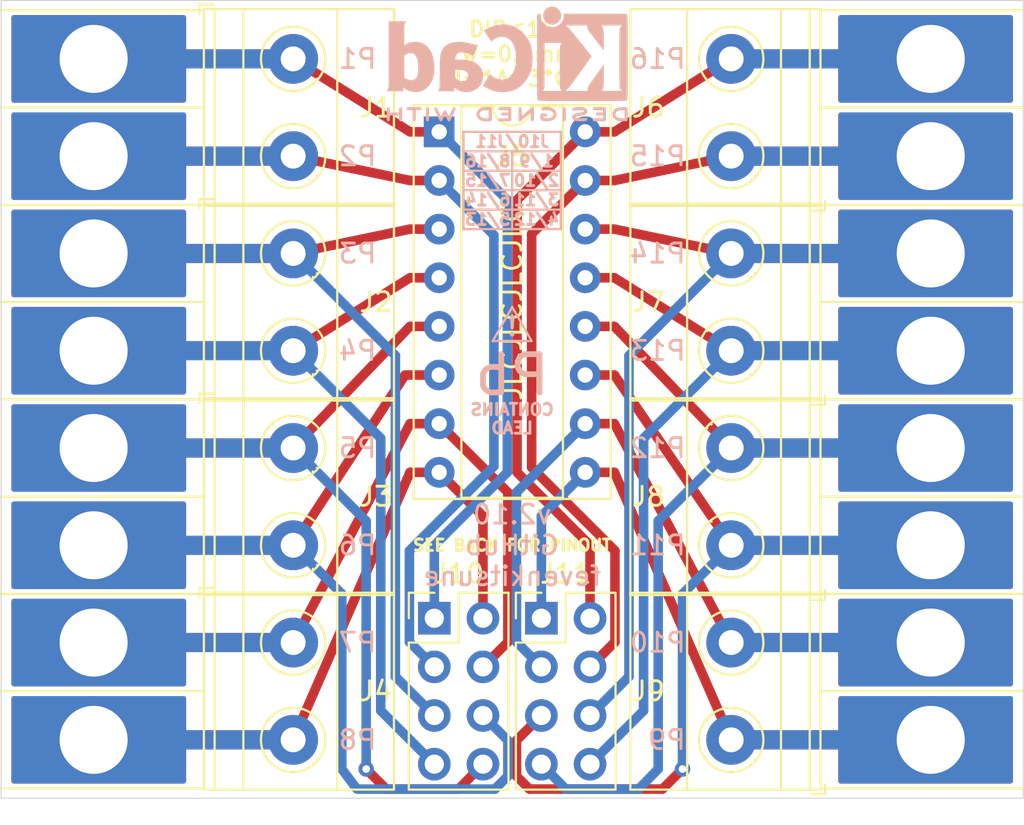
<source format=kicad_pcb>
(kicad_pcb (version 20171130) (host pcbnew "(5.1.7)-1")

  (general
    (thickness 1.6)
    (drawings 102)
    (tracks 146)
    (zones 0)
    (modules 12)
    (nets 17)
  )

  (page A4)
  (layers
    (0 F.Cu signal)
    (31 B.Cu signal)
    (32 B.Adhes user)
    (33 F.Adhes user)
    (34 B.Paste user)
    (35 F.Paste user)
    (36 B.SilkS user)
    (37 F.SilkS user)
    (38 B.Mask user)
    (39 F.Mask user)
    (40 Dwgs.User user)
    (41 Cmts.User user)
    (42 Eco1.User user)
    (43 Eco2.User user)
    (44 Edge.Cuts user)
    (45 Margin user)
    (46 B.CrtYd user)
    (47 F.CrtYd user)
    (48 B.Fab user)
    (49 F.Fab user)
  )

  (setup
    (last_trace_width 0.25)
    (user_trace_width 0.5)
    (user_trace_width 1)
    (trace_clearance 0.2)
    (zone_clearance 0.508)
    (zone_45_only no)
    (trace_min 0.2)
    (via_size 0.8)
    (via_drill 0.4)
    (via_min_size 0.4)
    (via_min_drill 0.3)
    (user_via 4.15 3.55)
    (uvia_size 0.3)
    (uvia_drill 0.1)
    (uvias_allowed no)
    (uvia_min_size 0.2)
    (uvia_min_drill 0.1)
    (edge_width 0.05)
    (segment_width 0.2)
    (pcb_text_width 0.3)
    (pcb_text_size 1.5 1.5)
    (mod_edge_width 0.12)
    (mod_text_size 1 1)
    (mod_text_width 0.15)
    (pad_size 1.524 1.524)
    (pad_drill 0.762)
    (pad_to_mask_clearance 0)
    (aux_axis_origin 0 0)
    (visible_elements 7FFFFFFF)
    (pcbplotparams
      (layerselection 0x010fc_ffffffff)
      (usegerberextensions false)
      (usegerberattributes true)
      (usegerberadvancedattributes true)
      (creategerberjobfile true)
      (excludeedgelayer true)
      (linewidth 0.100000)
      (plotframeref false)
      (viasonmask false)
      (mode 1)
      (useauxorigin false)
      (hpglpennumber 1)
      (hpglpenspeed 20)
      (hpglpendiameter 15.000000)
      (psnegative false)
      (psa4output false)
      (plotreference true)
      (plotvalue true)
      (plotinvisibletext false)
      (padsonsilk false)
      (subtractmaskfromsilk false)
      (outputformat 1)
      (mirror false)
      (drillshape 0)
      (scaleselection 1)
      (outputdirectory "Output_v2.10"))
  )

  (net 0 "")
  (net 1 "Net-(J1-Pad1)")
  (net 2 "Net-(J1-Pad2)")
  (net 3 "Net-(J10-Pad3)")
  (net 4 "Net-(J10-Pad4)")
  (net 5 "Net-(J10-Pad5)")
  (net 6 "Net-(J10-Pad6)")
  (net 7 "Net-(J10-Pad7)")
  (net 8 "Net-(J10-Pad8)")
  (net 9 "Net-(J11-Pad8)")
  (net 10 "Net-(J11-Pad7)")
  (net 11 "Net-(J11-Pad6)")
  (net 12 "Net-(J11-Pad5)")
  (net 13 "Net-(J11-Pad4)")
  (net 14 "Net-(J11-Pad3)")
  (net 15 "Net-(J11-Pad2)")
  (net 16 "Net-(J11-Pad1)")

  (net_class Default "This is the default net class."
    (clearance 0.2)
    (trace_width 0.25)
    (via_dia 0.8)
    (via_drill 0.4)
    (uvia_dia 0.3)
    (uvia_drill 0.1)
    (add_net "Net-(J1-Pad1)")
    (add_net "Net-(J1-Pad2)")
    (add_net "Net-(J10-Pad3)")
    (add_net "Net-(J10-Pad4)")
    (add_net "Net-(J10-Pad5)")
    (add_net "Net-(J10-Pad6)")
    (add_net "Net-(J10-Pad7)")
    (add_net "Net-(J10-Pad8)")
    (add_net "Net-(J11-Pad1)")
    (add_net "Net-(J11-Pad2)")
    (add_net "Net-(J11-Pad3)")
    (add_net "Net-(J11-Pad4)")
    (add_net "Net-(J11-Pad5)")
    (add_net "Net-(J11-Pad6)")
    (add_net "Net-(J11-Pad7)")
    (add_net "Net-(J11-Pad8)")
  )

  (module Connector_PinHeader_2.54mm:PinHeader_2x04_P2.54mm_Vertical (layer F.Cu) (tedit 5F8B2DAF) (tstamp 5F8BFFA0)
    (at 119.126 119.38)
    (descr "Through hole straight pin header, 2x04, 2.54mm pitch, double rows")
    (tags "Through hole pin header THT 2x04 2.54mm double row")
    (path /5F8E7BB2)
    (fp_text reference J10 (at 1.27 -2.33) (layer F.SilkS)
      (effects (font (size 1 1) (thickness 0.15)))
    )
    (fp_text value Conn_02x04_Counter_Clockwise (at 1.27 9.95) (layer F.Fab)
      (effects (font (size 1 1) (thickness 0.15)))
    )
    (fp_line (start 4.35 -1.8) (end -1.8 -1.8) (layer F.CrtYd) (width 0.05))
    (fp_line (start 4.35 9.4) (end 4.35 -1.8) (layer F.CrtYd) (width 0.05))
    (fp_line (start -1.8 9.4) (end 4.35 9.4) (layer F.CrtYd) (width 0.05))
    (fp_line (start -1.8 -1.8) (end -1.8 9.4) (layer F.CrtYd) (width 0.05))
    (fp_line (start -1.33 -1.33) (end 0 -1.33) (layer F.SilkS) (width 0.12))
    (fp_line (start -1.33 0) (end -1.33 -1.33) (layer F.SilkS) (width 0.12))
    (fp_line (start 1.27 -1.33) (end 3.87 -1.33) (layer F.SilkS) (width 0.12))
    (fp_line (start 1.27 1.27) (end 1.27 -1.33) (layer F.SilkS) (width 0.12))
    (fp_line (start -1.33 1.27) (end 1.27 1.27) (layer F.SilkS) (width 0.12))
    (fp_line (start 3.87 -1.33) (end 3.87 8.95) (layer F.SilkS) (width 0.12))
    (fp_line (start -1.33 1.27) (end -1.33 8.95) (layer F.SilkS) (width 0.12))
    (fp_line (start -1.33 8.95) (end 3.87 8.95) (layer F.SilkS) (width 0.12))
    (fp_line (start -1.27 0) (end 0 -1.27) (layer F.Fab) (width 0.1))
    (fp_line (start -1.27 8.89) (end -1.27 0) (layer F.Fab) (width 0.1))
    (fp_line (start 3.81 8.89) (end -1.27 8.89) (layer F.Fab) (width 0.1))
    (fp_line (start 3.81 -1.27) (end 3.81 8.89) (layer F.Fab) (width 0.1))
    (fp_line (start 0 -1.27) (end 3.81 -1.27) (layer F.Fab) (width 0.1))
    (fp_text user %R (at 1.27 3.81 90) (layer F.Fab)
      (effects (font (size 1 1) (thickness 0.15)))
    )
    (pad 5 thru_hole oval (at 2.54 7.62) (size 1.7 1.7) (drill 1) (layers *.Cu *.Mask)
      (net 5 "Net-(J10-Pad5)"))
    (pad 4 thru_hole oval (at 0 7.62) (size 1.7 1.7) (drill 1) (layers *.Cu *.Mask)
      (net 4 "Net-(J10-Pad4)"))
    (pad 6 thru_hole oval (at 2.54 5.08) (size 1.7 1.7) (drill 1) (layers *.Cu *.Mask)
      (net 6 "Net-(J10-Pad6)"))
    (pad 3 thru_hole oval (at 0 5.08) (size 1.7 1.7) (drill 1) (layers *.Cu *.Mask)
      (net 3 "Net-(J10-Pad3)"))
    (pad 7 thru_hole oval (at 2.54 2.54) (size 1.7 1.7) (drill 1) (layers *.Cu *.Mask)
      (net 7 "Net-(J10-Pad7)"))
    (pad 2 thru_hole oval (at 0 2.54) (size 1.7 1.7) (drill 1) (layers *.Cu *.Mask)
      (net 2 "Net-(J1-Pad2)"))
    (pad 8 thru_hole oval (at 2.54 0) (size 1.7 1.7) (drill 1) (layers *.Cu *.Mask)
      (net 8 "Net-(J10-Pad8)"))
    (pad 1 thru_hole rect (at 0 0) (size 1.7 1.7) (drill 1) (layers *.Cu *.Mask)
      (net 1 "Net-(J1-Pad1)"))
    (model ${KISYS3DMOD}/Connector_PinHeader_2.54mm.3dshapes/PinHeader_2x04_P2.54mm_Vertical.wrl
      (at (xyz 0 0 0))
      (scale (xyz 1 1 1))
      (rotate (xyz 0 0 0))
    )
  )

  (module "DIP Breakout Board v2:TerminalBlock_Phoenix_MKDS-1,5-2-5.08_1x02_P5.08mm_Horizontal_NonPolarized" (layer F.Cu) (tedit 5F8B21A7) (tstamp 5F8BAC98)
    (at 111.76 120.65 270)
    (descr "Terminal Block Phoenix MKDS-1,5-2-5.08, 2 pins, pitch 5.08mm, size 10.2x9.8mm^2, drill diamater 1.3mm, pad diameter 2.6mm, see http://www.farnell.com/datasheets/100425.pdf, script-generated using https://github.com/pointhi/kicad-footprint-generator/scripts/TerminalBlock_Phoenix")
    (tags "THT Terminal Block Phoenix MKDS-1,5-2-5.08 pitch 5.08mm size 10.2x9.8mm^2 drill 1.3mm pad 2.6mm")
    (path /5F8D5349)
    (fp_text reference J4 (at 2.54 -4.318 180) (layer F.SilkS)
      (effects (font (size 1 1) (thickness 0.15)))
    )
    (fp_text value Conn_01x02 (at 2.54 5.66 90) (layer F.Fab) hide
      (effects (font (size 1 1) (thickness 0.15)))
    )
    (fp_circle (center 0 0) (end 1.68 0) (layer F.SilkS) (width 0.12))
    (fp_line (start 1.07 -1.275) (end 1.035 -1.239) (layer F.SilkS) (width 0.12))
    (fp_line (start -1.227 1.023) (end -1.274 1.069) (layer F.SilkS) (width 0.12))
    (fp_line (start 1.275 -1.069) (end 1.228 -1.023) (layer F.SilkS) (width 0.12))
    (fp_line (start -1.034 1.239) (end -1.069 1.274) (layer F.SilkS) (width 0.12))
    (fp_circle (center 0 0) (end 1.5 0) (layer F.Fab) (width 0.1))
    (fp_circle (center 5.08 0) (end 6.58 0) (layer F.Fab) (width 0.1))
    (fp_circle (center 5.08 0) (end 6.76 0) (layer F.SilkS) (width 0.12))
    (fp_line (start -2.54 -5.2) (end 7.62 -5.2) (layer F.Fab) (width 0.1))
    (fp_line (start 7.62 -5.2) (end 7.62 4.6) (layer F.Fab) (width 0.1))
    (fp_line (start 7.62 4.6) (end -2.04 4.6) (layer F.Fab) (width 0.1))
    (fp_line (start -2.04 4.6) (end -2.54 4.1) (layer F.Fab) (width 0.1))
    (fp_line (start -2.54 4.1) (end -2.54 -5.2) (layer F.Fab) (width 0.1))
    (fp_line (start -2.54 4.1) (end 7.62 4.1) (layer F.Fab) (width 0.1))
    (fp_line (start -2.6 4.1) (end 7.68 4.1) (layer F.SilkS) (width 0.12))
    (fp_line (start -2.54 2.6) (end 7.62 2.6) (layer F.Fab) (width 0.1))
    (fp_line (start -2.6 2.6) (end 7.68 2.6) (layer F.SilkS) (width 0.12))
    (fp_line (start -2.54 -2.3) (end 7.62 -2.3) (layer F.Fab) (width 0.1))
    (fp_line (start -2.6 -2.301) (end 7.68 -2.301) (layer F.SilkS) (width 0.12))
    (fp_line (start -2.6 -5.261) (end 7.68 -5.261) (layer F.SilkS) (width 0.12))
    (fp_line (start -2.6 4.66) (end 7.68 4.66) (layer F.SilkS) (width 0.12))
    (fp_line (start -2.6 -5.261) (end -2.6 4.66) (layer F.SilkS) (width 0.12))
    (fp_line (start 7.68 -5.261) (end 7.68 4.66) (layer F.SilkS) (width 0.12))
    (fp_line (start 1.138 -0.955) (end -0.955 1.138) (layer F.Fab) (width 0.1))
    (fp_line (start 0.955 -1.138) (end -1.138 0.955) (layer F.Fab) (width 0.1))
    (fp_line (start 6.218 -0.955) (end 4.126 1.138) (layer F.Fab) (width 0.1))
    (fp_line (start 6.035 -1.138) (end 3.943 0.955) (layer F.Fab) (width 0.1))
    (fp_line (start 6.355 -1.069) (end 6.308 -1.023) (layer F.SilkS) (width 0.12))
    (fp_line (start 4.046 1.239) (end 4.011 1.274) (layer F.SilkS) (width 0.12))
    (fp_line (start 6.15 -1.275) (end 6.115 -1.239) (layer F.SilkS) (width 0.12))
    (fp_line (start 3.853 1.023) (end 3.806 1.069) (layer F.SilkS) (width 0.12))
    (fp_line (start -2.84 4.16) (end -2.84 4.9) (layer F.SilkS) (width 0.12))
    (fp_line (start -2.84 4.9) (end -2.34 4.9) (layer F.SilkS) (width 0.12))
    (fp_line (start -3.04 -5.71) (end -3.04 5.1) (layer F.CrtYd) (width 0.05))
    (fp_line (start -3.04 5.1) (end 8.13 5.1) (layer F.CrtYd) (width 0.05))
    (fp_line (start 8.13 5.1) (end 8.13 -5.71) (layer F.CrtYd) (width 0.05))
    (fp_line (start 8.13 -5.71) (end -3.04 -5.71) (layer F.CrtYd) (width 0.05))
    (fp_text user %R (at 2.54 3.2 180) (layer F.Fab)
      (effects (font (size 1 1) (thickness 0.15)))
    )
    (pad 1 thru_hole circle (at 0 0 270) (size 2.6 2.6) (drill 1.3) (layers *.Cu *.Mask)
      (net 7 "Net-(J10-Pad7)"))
    (pad 2 thru_hole circle (at 5.08 0 270) (size 2.6 2.6) (drill 1.3) (layers *.Cu *.Mask)
      (net 8 "Net-(J10-Pad8)"))
    (model ${KISYS3DMOD}/TerminalBlock_Phoenix.3dshapes/TerminalBlock_Phoenix_MKDS-1,5-2-5.08_1x02_P5.08mm_Horizontal.wrl
      (at (xyz 0 0 0))
      (scale (xyz 1 1 1))
      (rotate (xyz 0 0 0))
    )
  )

  (module "DIP Breakout Board v2:PinHeader_2x04_P2.54mm_Vertical_Counter_Clockwise" (layer F.Cu) (tedit 5F8B2DAF) (tstamp 5F8BF810)
    (at 124.714 119.38)
    (descr "Through hole straight pin header, 2x04, 2.54mm pitch, double rows")
    (tags "Through hole pin header THT 2x04 2.54mm double row")
    (path /5F8EA44D)
    (fp_text reference J11 (at 1.27 -2.33) (layer F.SilkS)
      (effects (font (size 1 1) (thickness 0.15)))
    )
    (fp_text value Conn_02x04_Counter_Clockwise (at 1.27 9.95) (layer F.Fab)
      (effects (font (size 1 1) (thickness 0.15)))
    )
    (fp_line (start 4.35 -1.8) (end -1.8 -1.8) (layer F.CrtYd) (width 0.05))
    (fp_line (start 4.35 9.4) (end 4.35 -1.8) (layer F.CrtYd) (width 0.05))
    (fp_line (start -1.8 9.4) (end 4.35 9.4) (layer F.CrtYd) (width 0.05))
    (fp_line (start -1.8 -1.8) (end -1.8 9.4) (layer F.CrtYd) (width 0.05))
    (fp_line (start -1.33 -1.33) (end 0 -1.33) (layer F.SilkS) (width 0.12))
    (fp_line (start -1.33 0) (end -1.33 -1.33) (layer F.SilkS) (width 0.12))
    (fp_line (start 1.27 -1.33) (end 3.87 -1.33) (layer F.SilkS) (width 0.12))
    (fp_line (start 1.27 1.27) (end 1.27 -1.33) (layer F.SilkS) (width 0.12))
    (fp_line (start -1.33 1.27) (end 1.27 1.27) (layer F.SilkS) (width 0.12))
    (fp_line (start 3.87 -1.33) (end 3.87 8.95) (layer F.SilkS) (width 0.12))
    (fp_line (start -1.33 1.27) (end -1.33 8.95) (layer F.SilkS) (width 0.12))
    (fp_line (start -1.33 8.95) (end 3.87 8.95) (layer F.SilkS) (width 0.12))
    (fp_line (start -1.27 0) (end 0 -1.27) (layer F.Fab) (width 0.1))
    (fp_line (start -1.27 8.89) (end -1.27 0) (layer F.Fab) (width 0.1))
    (fp_line (start 3.81 8.89) (end -1.27 8.89) (layer F.Fab) (width 0.1))
    (fp_line (start 3.81 -1.27) (end 3.81 8.89) (layer F.Fab) (width 0.1))
    (fp_line (start 0 -1.27) (end 3.81 -1.27) (layer F.Fab) (width 0.1))
    (fp_text user %R (at 1.27 3.81 90) (layer F.Fab)
      (effects (font (size 1 1) (thickness 0.15)))
    )
    (pad 1 thru_hole rect (at 0 0) (size 1.7 1.7) (drill 1) (layers *.Cu *.Mask)
      (net 16 "Net-(J11-Pad1)"))
    (pad 8 thru_hole oval (at 2.54 0) (size 1.7 1.7) (drill 1) (layers *.Cu *.Mask)
      (net 9 "Net-(J11-Pad8)"))
    (pad 2 thru_hole oval (at 0 2.54) (size 1.7 1.7) (drill 1) (layers *.Cu *.Mask)
      (net 15 "Net-(J11-Pad2)"))
    (pad 7 thru_hole oval (at 2.54 2.54) (size 1.7 1.7) (drill 1) (layers *.Cu *.Mask)
      (net 10 "Net-(J11-Pad7)"))
    (pad 3 thru_hole oval (at 0 5.08) (size 1.7 1.7) (drill 1) (layers *.Cu *.Mask)
      (net 14 "Net-(J11-Pad3)"))
    (pad 6 thru_hole oval (at 2.54 5.08) (size 1.7 1.7) (drill 1) (layers *.Cu *.Mask)
      (net 11 "Net-(J11-Pad6)"))
    (pad 4 thru_hole oval (at 0 7.62) (size 1.7 1.7) (drill 1) (layers *.Cu *.Mask)
      (net 13 "Net-(J11-Pad4)"))
    (pad 5 thru_hole oval (at 2.54 7.62) (size 1.7 1.7) (drill 1) (layers *.Cu *.Mask)
      (net 12 "Net-(J11-Pad5)"))
    (model ${KISYS3DMOD}/Connector_PinHeader_2.54mm.3dshapes/PinHeader_2x04_P2.54mm_Vertical.wrl
      (at (xyz 0 0 0))
      (scale (xyz 1 1 1))
      (rotate (xyz 0 0 0))
    )
  )

  (module "DIP Breakout Board v2:TerminalBlock_Phoenix_MKDS-1,5-2-5.08_1x02_P5.08mm_Horizontal_NonPolarized" (layer F.Cu) (tedit 5F8B21A7) (tstamp 5F8BAB15)
    (at 134.62 105.41 90)
    (descr "Terminal Block Phoenix MKDS-1,5-2-5.08, 2 pins, pitch 5.08mm, size 10.2x9.8mm^2, drill diamater 1.3mm, pad diameter 2.6mm, see http://www.farnell.com/datasheets/100425.pdf, script-generated using https://github.com/pointhi/kicad-footprint-generator/scripts/TerminalBlock_Phoenix")
    (tags "THT Terminal Block Phoenix MKDS-1,5-2-5.08 pitch 5.08mm size 10.2x9.8mm^2 drill 1.3mm pad 2.6mm")
    (path /5F8D8732)
    (fp_text reference J7 (at 2.54 -4.318 180) (layer F.SilkS)
      (effects (font (size 1 1) (thickness 0.15)))
    )
    (fp_text value Conn_01x02 (at 2.54 5.66 90) (layer F.Fab) hide
      (effects (font (size 1 1) (thickness 0.15)))
    )
    (fp_circle (center 0 0) (end 1.68 0) (layer F.SilkS) (width 0.12))
    (fp_line (start 1.07 -1.275) (end 1.035 -1.239) (layer F.SilkS) (width 0.12))
    (fp_line (start -1.227 1.023) (end -1.274 1.069) (layer F.SilkS) (width 0.12))
    (fp_line (start 1.275 -1.069) (end 1.228 -1.023) (layer F.SilkS) (width 0.12))
    (fp_line (start -1.034 1.239) (end -1.069 1.274) (layer F.SilkS) (width 0.12))
    (fp_circle (center 0 0) (end 1.5 0) (layer F.Fab) (width 0.1))
    (fp_circle (center 5.08 0) (end 6.58 0) (layer F.Fab) (width 0.1))
    (fp_circle (center 5.08 0) (end 6.76 0) (layer F.SilkS) (width 0.12))
    (fp_line (start -2.54 -5.2) (end 7.62 -5.2) (layer F.Fab) (width 0.1))
    (fp_line (start 7.62 -5.2) (end 7.62 4.6) (layer F.Fab) (width 0.1))
    (fp_line (start 7.62 4.6) (end -2.04 4.6) (layer F.Fab) (width 0.1))
    (fp_line (start -2.04 4.6) (end -2.54 4.1) (layer F.Fab) (width 0.1))
    (fp_line (start -2.54 4.1) (end -2.54 -5.2) (layer F.Fab) (width 0.1))
    (fp_line (start -2.54 4.1) (end 7.62 4.1) (layer F.Fab) (width 0.1))
    (fp_line (start -2.6 4.1) (end 7.68 4.1) (layer F.SilkS) (width 0.12))
    (fp_line (start -2.54 2.6) (end 7.62 2.6) (layer F.Fab) (width 0.1))
    (fp_line (start -2.6 2.6) (end 7.68 2.6) (layer F.SilkS) (width 0.12))
    (fp_line (start -2.54 -2.3) (end 7.62 -2.3) (layer F.Fab) (width 0.1))
    (fp_line (start -2.6 -2.301) (end 7.68 -2.301) (layer F.SilkS) (width 0.12))
    (fp_line (start -2.6 -5.261) (end 7.68 -5.261) (layer F.SilkS) (width 0.12))
    (fp_line (start -2.6 4.66) (end 7.68 4.66) (layer F.SilkS) (width 0.12))
    (fp_line (start -2.6 -5.261) (end -2.6 4.66) (layer F.SilkS) (width 0.12))
    (fp_line (start 7.68 -5.261) (end 7.68 4.66) (layer F.SilkS) (width 0.12))
    (fp_line (start 1.138 -0.955) (end -0.955 1.138) (layer F.Fab) (width 0.1))
    (fp_line (start 0.955 -1.138) (end -1.138 0.955) (layer F.Fab) (width 0.1))
    (fp_line (start 6.218 -0.955) (end 4.126 1.138) (layer F.Fab) (width 0.1))
    (fp_line (start 6.035 -1.138) (end 3.943 0.955) (layer F.Fab) (width 0.1))
    (fp_line (start 6.355 -1.069) (end 6.308 -1.023) (layer F.SilkS) (width 0.12))
    (fp_line (start 4.046 1.239) (end 4.011 1.274) (layer F.SilkS) (width 0.12))
    (fp_line (start 6.15 -1.275) (end 6.115 -1.239) (layer F.SilkS) (width 0.12))
    (fp_line (start 3.853 1.023) (end 3.806 1.069) (layer F.SilkS) (width 0.12))
    (fp_line (start -2.84 4.16) (end -2.84 4.9) (layer F.SilkS) (width 0.12))
    (fp_line (start -2.84 4.9) (end -2.34 4.9) (layer F.SilkS) (width 0.12))
    (fp_line (start -3.04 -5.71) (end -3.04 5.1) (layer F.CrtYd) (width 0.05))
    (fp_line (start -3.04 5.1) (end 8.13 5.1) (layer F.CrtYd) (width 0.05))
    (fp_line (start 8.13 5.1) (end 8.13 -5.71) (layer F.CrtYd) (width 0.05))
    (fp_line (start 8.13 -5.71) (end -3.04 -5.71) (layer F.CrtYd) (width 0.05))
    (fp_text user %R (at 2.54 3.2 180) (layer F.Fab)
      (effects (font (size 1 1) (thickness 0.15)))
    )
    (pad 1 thru_hole circle (at 0 0 90) (size 2.6 2.6) (drill 1.3) (layers *.Cu *.Mask)
      (net 12 "Net-(J11-Pad5)"))
    (pad 2 thru_hole circle (at 5.08 0 90) (size 2.6 2.6) (drill 1.3) (layers *.Cu *.Mask)
      (net 11 "Net-(J11-Pad6)"))
    (model ${KISYS3DMOD}/TerminalBlock_Phoenix.3dshapes/TerminalBlock_Phoenix_MKDS-1,5-2-5.08_1x02_P5.08mm_Horizontal.wrl
      (at (xyz 0 0 0))
      (scale (xyz 1 1 1))
      (rotate (xyz 0 0 0))
    )
  )

  (module "DIP Breakout Board v2:TerminalBlock_Phoenix_MKDS-1,5-2-5.08_1x02_P5.08mm_Horizontal_NonPolarized" (layer F.Cu) (tedit 5F8B21A7) (tstamp 5F8BAC17)
    (at 134.62 125.73 90)
    (descr "Terminal Block Phoenix MKDS-1,5-2-5.08, 2 pins, pitch 5.08mm, size 10.2x9.8mm^2, drill diamater 1.3mm, pad diameter 2.6mm, see http://www.farnell.com/datasheets/100425.pdf, script-generated using https://github.com/pointhi/kicad-footprint-generator/scripts/TerminalBlock_Phoenix")
    (tags "THT Terminal Block Phoenix MKDS-1,5-2-5.08 pitch 5.08mm size 10.2x9.8mm^2 drill 1.3mm pad 2.6mm")
    (path /5F8D8E9D)
    (fp_text reference J9 (at 2.54 -4.318 180) (layer F.SilkS)
      (effects (font (size 1 1) (thickness 0.15)))
    )
    (fp_text value Conn_01x02 (at 2.54 5.66 90) (layer F.Fab) hide
      (effects (font (size 1 1) (thickness 0.15)))
    )
    (fp_circle (center 0 0) (end 1.68 0) (layer F.SilkS) (width 0.12))
    (fp_line (start 1.07 -1.275) (end 1.035 -1.239) (layer F.SilkS) (width 0.12))
    (fp_line (start -1.227 1.023) (end -1.274 1.069) (layer F.SilkS) (width 0.12))
    (fp_line (start 1.275 -1.069) (end 1.228 -1.023) (layer F.SilkS) (width 0.12))
    (fp_line (start -1.034 1.239) (end -1.069 1.274) (layer F.SilkS) (width 0.12))
    (fp_circle (center 0 0) (end 1.5 0) (layer F.Fab) (width 0.1))
    (fp_circle (center 5.08 0) (end 6.58 0) (layer F.Fab) (width 0.1))
    (fp_circle (center 5.08 0) (end 6.76 0) (layer F.SilkS) (width 0.12))
    (fp_line (start -2.54 -5.2) (end 7.62 -5.2) (layer F.Fab) (width 0.1))
    (fp_line (start 7.62 -5.2) (end 7.62 4.6) (layer F.Fab) (width 0.1))
    (fp_line (start 7.62 4.6) (end -2.04 4.6) (layer F.Fab) (width 0.1))
    (fp_line (start -2.04 4.6) (end -2.54 4.1) (layer F.Fab) (width 0.1))
    (fp_line (start -2.54 4.1) (end -2.54 -5.2) (layer F.Fab) (width 0.1))
    (fp_line (start -2.54 4.1) (end 7.62 4.1) (layer F.Fab) (width 0.1))
    (fp_line (start -2.6 4.1) (end 7.68 4.1) (layer F.SilkS) (width 0.12))
    (fp_line (start -2.54 2.6) (end 7.62 2.6) (layer F.Fab) (width 0.1))
    (fp_line (start -2.6 2.6) (end 7.68 2.6) (layer F.SilkS) (width 0.12))
    (fp_line (start -2.54 -2.3) (end 7.62 -2.3) (layer F.Fab) (width 0.1))
    (fp_line (start -2.6 -2.301) (end 7.68 -2.301) (layer F.SilkS) (width 0.12))
    (fp_line (start -2.6 -5.261) (end 7.68 -5.261) (layer F.SilkS) (width 0.12))
    (fp_line (start -2.6 4.66) (end 7.68 4.66) (layer F.SilkS) (width 0.12))
    (fp_line (start -2.6 -5.261) (end -2.6 4.66) (layer F.SilkS) (width 0.12))
    (fp_line (start 7.68 -5.261) (end 7.68 4.66) (layer F.SilkS) (width 0.12))
    (fp_line (start 1.138 -0.955) (end -0.955 1.138) (layer F.Fab) (width 0.1))
    (fp_line (start 0.955 -1.138) (end -1.138 0.955) (layer F.Fab) (width 0.1))
    (fp_line (start 6.218 -0.955) (end 4.126 1.138) (layer F.Fab) (width 0.1))
    (fp_line (start 6.035 -1.138) (end 3.943 0.955) (layer F.Fab) (width 0.1))
    (fp_line (start 6.355 -1.069) (end 6.308 -1.023) (layer F.SilkS) (width 0.12))
    (fp_line (start 4.046 1.239) (end 4.011 1.274) (layer F.SilkS) (width 0.12))
    (fp_line (start 6.15 -1.275) (end 6.115 -1.239) (layer F.SilkS) (width 0.12))
    (fp_line (start 3.853 1.023) (end 3.806 1.069) (layer F.SilkS) (width 0.12))
    (fp_line (start -2.84 4.16) (end -2.84 4.9) (layer F.SilkS) (width 0.12))
    (fp_line (start -2.84 4.9) (end -2.34 4.9) (layer F.SilkS) (width 0.12))
    (fp_line (start -3.04 -5.71) (end -3.04 5.1) (layer F.CrtYd) (width 0.05))
    (fp_line (start -3.04 5.1) (end 8.13 5.1) (layer F.CrtYd) (width 0.05))
    (fp_line (start 8.13 5.1) (end 8.13 -5.71) (layer F.CrtYd) (width 0.05))
    (fp_line (start 8.13 -5.71) (end -3.04 -5.71) (layer F.CrtYd) (width 0.05))
    (fp_text user %R (at 2.54 3.2 180) (layer F.Fab)
      (effects (font (size 1 1) (thickness 0.15)))
    )
    (pad 1 thru_hole circle (at 0 0 90) (size 2.6 2.6) (drill 1.3) (layers *.Cu *.Mask)
      (net 16 "Net-(J11-Pad1)"))
    (pad 2 thru_hole circle (at 5.08 0 90) (size 2.6 2.6) (drill 1.3) (layers *.Cu *.Mask)
      (net 15 "Net-(J11-Pad2)"))
    (model ${KISYS3DMOD}/TerminalBlock_Phoenix.3dshapes/TerminalBlock_Phoenix_MKDS-1,5-2-5.08_1x02_P5.08mm_Horizontal.wrl
      (at (xyz 0 0 0))
      (scale (xyz 1 1 1))
      (rotate (xyz 0 0 0))
    )
  )

  (module "DIP Breakout Board v2:TerminalBlock_Phoenix_MKDS-1,5-2-5.08_1x02_P5.08mm_Horizontal_NonPolarized" (layer F.Cu) (tedit 5F8B21A7) (tstamp 5F8BAE1B)
    (at 134.62 115.57 90)
    (descr "Terminal Block Phoenix MKDS-1,5-2-5.08, 2 pins, pitch 5.08mm, size 10.2x9.8mm^2, drill diamater 1.3mm, pad diameter 2.6mm, see http://www.farnell.com/datasheets/100425.pdf, script-generated using https://github.com/pointhi/kicad-footprint-generator/scripts/TerminalBlock_Phoenix")
    (tags "THT Terminal Block Phoenix MKDS-1,5-2-5.08 pitch 5.08mm size 10.2x9.8mm^2 drill 1.3mm pad 2.6mm")
    (path /5F8D8B30)
    (fp_text reference J8 (at 2.54 -4.318 180) (layer F.SilkS)
      (effects (font (size 1 1) (thickness 0.15)))
    )
    (fp_text value Conn_01x02 (at 2.54 5.66 90) (layer F.Fab) hide
      (effects (font (size 1 1) (thickness 0.15)))
    )
    (fp_circle (center 0 0) (end 1.68 0) (layer F.SilkS) (width 0.12))
    (fp_line (start 1.07 -1.275) (end 1.035 -1.239) (layer F.SilkS) (width 0.12))
    (fp_line (start -1.227 1.023) (end -1.274 1.069) (layer F.SilkS) (width 0.12))
    (fp_line (start 1.275 -1.069) (end 1.228 -1.023) (layer F.SilkS) (width 0.12))
    (fp_line (start -1.034 1.239) (end -1.069 1.274) (layer F.SilkS) (width 0.12))
    (fp_circle (center 0 0) (end 1.5 0) (layer F.Fab) (width 0.1))
    (fp_circle (center 5.08 0) (end 6.58 0) (layer F.Fab) (width 0.1))
    (fp_circle (center 5.08 0) (end 6.76 0) (layer F.SilkS) (width 0.12))
    (fp_line (start -2.54 -5.2) (end 7.62 -5.2) (layer F.Fab) (width 0.1))
    (fp_line (start 7.62 -5.2) (end 7.62 4.6) (layer F.Fab) (width 0.1))
    (fp_line (start 7.62 4.6) (end -2.04 4.6) (layer F.Fab) (width 0.1))
    (fp_line (start -2.04 4.6) (end -2.54 4.1) (layer F.Fab) (width 0.1))
    (fp_line (start -2.54 4.1) (end -2.54 -5.2) (layer F.Fab) (width 0.1))
    (fp_line (start -2.54 4.1) (end 7.62 4.1) (layer F.Fab) (width 0.1))
    (fp_line (start -2.6 4.1) (end 7.68 4.1) (layer F.SilkS) (width 0.12))
    (fp_line (start -2.54 2.6) (end 7.62 2.6) (layer F.Fab) (width 0.1))
    (fp_line (start -2.6 2.6) (end 7.68 2.6) (layer F.SilkS) (width 0.12))
    (fp_line (start -2.54 -2.3) (end 7.62 -2.3) (layer F.Fab) (width 0.1))
    (fp_line (start -2.6 -2.301) (end 7.68 -2.301) (layer F.SilkS) (width 0.12))
    (fp_line (start -2.6 -5.261) (end 7.68 -5.261) (layer F.SilkS) (width 0.12))
    (fp_line (start -2.6 4.66) (end 7.68 4.66) (layer F.SilkS) (width 0.12))
    (fp_line (start -2.6 -5.261) (end -2.6 4.66) (layer F.SilkS) (width 0.12))
    (fp_line (start 7.68 -5.261) (end 7.68 4.66) (layer F.SilkS) (width 0.12))
    (fp_line (start 1.138 -0.955) (end -0.955 1.138) (layer F.Fab) (width 0.1))
    (fp_line (start 0.955 -1.138) (end -1.138 0.955) (layer F.Fab) (width 0.1))
    (fp_line (start 6.218 -0.955) (end 4.126 1.138) (layer F.Fab) (width 0.1))
    (fp_line (start 6.035 -1.138) (end 3.943 0.955) (layer F.Fab) (width 0.1))
    (fp_line (start 6.355 -1.069) (end 6.308 -1.023) (layer F.SilkS) (width 0.12))
    (fp_line (start 4.046 1.239) (end 4.011 1.274) (layer F.SilkS) (width 0.12))
    (fp_line (start 6.15 -1.275) (end 6.115 -1.239) (layer F.SilkS) (width 0.12))
    (fp_line (start 3.853 1.023) (end 3.806 1.069) (layer F.SilkS) (width 0.12))
    (fp_line (start -2.84 4.16) (end -2.84 4.9) (layer F.SilkS) (width 0.12))
    (fp_line (start -2.84 4.9) (end -2.34 4.9) (layer F.SilkS) (width 0.12))
    (fp_line (start -3.04 -5.71) (end -3.04 5.1) (layer F.CrtYd) (width 0.05))
    (fp_line (start -3.04 5.1) (end 8.13 5.1) (layer F.CrtYd) (width 0.05))
    (fp_line (start 8.13 5.1) (end 8.13 -5.71) (layer F.CrtYd) (width 0.05))
    (fp_line (start 8.13 -5.71) (end -3.04 -5.71) (layer F.CrtYd) (width 0.05))
    (fp_text user %R (at 2.54 3.2 180) (layer F.Fab)
      (effects (font (size 1 1) (thickness 0.15)))
    )
    (pad 1 thru_hole circle (at 0 0 90) (size 2.6 2.6) (drill 1.3) (layers *.Cu *.Mask)
      (net 14 "Net-(J11-Pad3)"))
    (pad 2 thru_hole circle (at 5.08 0 90) (size 2.6 2.6) (drill 1.3) (layers *.Cu *.Mask)
      (net 13 "Net-(J11-Pad4)"))
    (model ${KISYS3DMOD}/TerminalBlock_Phoenix.3dshapes/TerminalBlock_Phoenix_MKDS-1,5-2-5.08_1x02_P5.08mm_Horizontal.wrl
      (at (xyz 0 0 0))
      (scale (xyz 1 1 1))
      (rotate (xyz 0 0 0))
    )
  )

  (module "DIP Breakout Board v2:TerminalBlock_Phoenix_MKDS-1,5-2-5.08_1x02_P5.08mm_Horizontal_NonPolarized" (layer F.Cu) (tedit 5F8B21A7) (tstamp 5F8BAE9C)
    (at 134.62 95.25 90)
    (descr "Terminal Block Phoenix MKDS-1,5-2-5.08, 2 pins, pitch 5.08mm, size 10.2x9.8mm^2, drill diamater 1.3mm, pad diameter 2.6mm, see http://www.farnell.com/datasheets/100425.pdf, script-generated using https://github.com/pointhi/kicad-footprint-generator/scripts/TerminalBlock_Phoenix")
    (tags "THT Terminal Block Phoenix MKDS-1,5-2-5.08 pitch 5.08mm size 10.2x9.8mm^2 drill 1.3mm pad 2.6mm")
    (path /5F8D572E)
    (fp_text reference J6 (at 2.54 -4.318 180) (layer F.SilkS)
      (effects (font (size 1 1) (thickness 0.15)))
    )
    (fp_text value Conn_01x02 (at 2.54 5.66 90) (layer F.Fab) hide
      (effects (font (size 1 1) (thickness 0.15)))
    )
    (fp_circle (center 0 0) (end 1.68 0) (layer F.SilkS) (width 0.12))
    (fp_line (start 1.07 -1.275) (end 1.035 -1.239) (layer F.SilkS) (width 0.12))
    (fp_line (start -1.227 1.023) (end -1.274 1.069) (layer F.SilkS) (width 0.12))
    (fp_line (start 1.275 -1.069) (end 1.228 -1.023) (layer F.SilkS) (width 0.12))
    (fp_line (start -1.034 1.239) (end -1.069 1.274) (layer F.SilkS) (width 0.12))
    (fp_circle (center 0 0) (end 1.5 0) (layer F.Fab) (width 0.1))
    (fp_circle (center 5.08 0) (end 6.58 0) (layer F.Fab) (width 0.1))
    (fp_circle (center 5.08 0) (end 6.76 0) (layer F.SilkS) (width 0.12))
    (fp_line (start -2.54 -5.2) (end 7.62 -5.2) (layer F.Fab) (width 0.1))
    (fp_line (start 7.62 -5.2) (end 7.62 4.6) (layer F.Fab) (width 0.1))
    (fp_line (start 7.62 4.6) (end -2.04 4.6) (layer F.Fab) (width 0.1))
    (fp_line (start -2.04 4.6) (end -2.54 4.1) (layer F.Fab) (width 0.1))
    (fp_line (start -2.54 4.1) (end -2.54 -5.2) (layer F.Fab) (width 0.1))
    (fp_line (start -2.54 4.1) (end 7.62 4.1) (layer F.Fab) (width 0.1))
    (fp_line (start -2.6 4.1) (end 7.68 4.1) (layer F.SilkS) (width 0.12))
    (fp_line (start -2.54 2.6) (end 7.62 2.6) (layer F.Fab) (width 0.1))
    (fp_line (start -2.6 2.6) (end 7.68 2.6) (layer F.SilkS) (width 0.12))
    (fp_line (start -2.54 -2.3) (end 7.62 -2.3) (layer F.Fab) (width 0.1))
    (fp_line (start -2.6 -2.301) (end 7.68 -2.301) (layer F.SilkS) (width 0.12))
    (fp_line (start -2.6 -5.261) (end 7.68 -5.261) (layer F.SilkS) (width 0.12))
    (fp_line (start -2.6 4.66) (end 7.68 4.66) (layer F.SilkS) (width 0.12))
    (fp_line (start -2.6 -5.261) (end -2.6 4.66) (layer F.SilkS) (width 0.12))
    (fp_line (start 7.68 -5.261) (end 7.68 4.66) (layer F.SilkS) (width 0.12))
    (fp_line (start 1.138 -0.955) (end -0.955 1.138) (layer F.Fab) (width 0.1))
    (fp_line (start 0.955 -1.138) (end -1.138 0.955) (layer F.Fab) (width 0.1))
    (fp_line (start 6.218 -0.955) (end 4.126 1.138) (layer F.Fab) (width 0.1))
    (fp_line (start 6.035 -1.138) (end 3.943 0.955) (layer F.Fab) (width 0.1))
    (fp_line (start 6.355 -1.069) (end 6.308 -1.023) (layer F.SilkS) (width 0.12))
    (fp_line (start 4.046 1.239) (end 4.011 1.274) (layer F.SilkS) (width 0.12))
    (fp_line (start 6.15 -1.275) (end 6.115 -1.239) (layer F.SilkS) (width 0.12))
    (fp_line (start 3.853 1.023) (end 3.806 1.069) (layer F.SilkS) (width 0.12))
    (fp_line (start -2.84 4.16) (end -2.84 4.9) (layer F.SilkS) (width 0.12))
    (fp_line (start -2.84 4.9) (end -2.34 4.9) (layer F.SilkS) (width 0.12))
    (fp_line (start -3.04 -5.71) (end -3.04 5.1) (layer F.CrtYd) (width 0.05))
    (fp_line (start -3.04 5.1) (end 8.13 5.1) (layer F.CrtYd) (width 0.05))
    (fp_line (start 8.13 5.1) (end 8.13 -5.71) (layer F.CrtYd) (width 0.05))
    (fp_line (start 8.13 -5.71) (end -3.04 -5.71) (layer F.CrtYd) (width 0.05))
    (fp_text user %R (at 2.54 3.2 180) (layer F.Fab)
      (effects (font (size 1 1) (thickness 0.15)))
    )
    (pad 1 thru_hole circle (at 0 0 90) (size 2.6 2.6) (drill 1.3) (layers *.Cu *.Mask)
      (net 10 "Net-(J11-Pad7)"))
    (pad 2 thru_hole circle (at 5.08 0 90) (size 2.6 2.6) (drill 1.3) (layers *.Cu *.Mask)
      (net 9 "Net-(J11-Pad8)"))
    (model ${KISYS3DMOD}/TerminalBlock_Phoenix.3dshapes/TerminalBlock_Phoenix_MKDS-1,5-2-5.08_1x02_P5.08mm_Horizontal.wrl
      (at (xyz 0 0 0))
      (scale (xyz 1 1 1))
      (rotate (xyz 0 0 0))
    )
  )

  (module "DIP Breakout Board v2:TerminalBlock_Phoenix_MKDS-1,5-2-5.08_1x02_P5.08mm_Horizontal_NonPolarized" (layer F.Cu) (tedit 5F8B21A7) (tstamp 5F8BAB96)
    (at 111.76 110.49 270)
    (descr "Terminal Block Phoenix MKDS-1,5-2-5.08, 2 pins, pitch 5.08mm, size 10.2x9.8mm^2, drill diamater 1.3mm, pad diameter 2.6mm, see http://www.farnell.com/datasheets/100425.pdf, script-generated using https://github.com/pointhi/kicad-footprint-generator/scripts/TerminalBlock_Phoenix")
    (tags "THT Terminal Block Phoenix MKDS-1,5-2-5.08 pitch 5.08mm size 10.2x9.8mm^2 drill 1.3mm pad 2.6mm")
    (path /5F8D4B8F)
    (fp_text reference J3 (at 2.54 -4.318 180) (layer F.SilkS)
      (effects (font (size 1 1) (thickness 0.15)))
    )
    (fp_text value Conn_01x02 (at 2.54 5.66 90) (layer F.Fab) hide
      (effects (font (size 1 1) (thickness 0.15)))
    )
    (fp_circle (center 0 0) (end 1.68 0) (layer F.SilkS) (width 0.12))
    (fp_line (start 1.07 -1.275) (end 1.035 -1.239) (layer F.SilkS) (width 0.12))
    (fp_line (start -1.227 1.023) (end -1.274 1.069) (layer F.SilkS) (width 0.12))
    (fp_line (start 1.275 -1.069) (end 1.228 -1.023) (layer F.SilkS) (width 0.12))
    (fp_line (start -1.034 1.239) (end -1.069 1.274) (layer F.SilkS) (width 0.12))
    (fp_circle (center 0 0) (end 1.5 0) (layer F.Fab) (width 0.1))
    (fp_circle (center 5.08 0) (end 6.58 0) (layer F.Fab) (width 0.1))
    (fp_circle (center 5.08 0) (end 6.76 0) (layer F.SilkS) (width 0.12))
    (fp_line (start -2.54 -5.2) (end 7.62 -5.2) (layer F.Fab) (width 0.1))
    (fp_line (start 7.62 -5.2) (end 7.62 4.6) (layer F.Fab) (width 0.1))
    (fp_line (start 7.62 4.6) (end -2.04 4.6) (layer F.Fab) (width 0.1))
    (fp_line (start -2.04 4.6) (end -2.54 4.1) (layer F.Fab) (width 0.1))
    (fp_line (start -2.54 4.1) (end -2.54 -5.2) (layer F.Fab) (width 0.1))
    (fp_line (start -2.54 4.1) (end 7.62 4.1) (layer F.Fab) (width 0.1))
    (fp_line (start -2.6 4.1) (end 7.68 4.1) (layer F.SilkS) (width 0.12))
    (fp_line (start -2.54 2.6) (end 7.62 2.6) (layer F.Fab) (width 0.1))
    (fp_line (start -2.6 2.6) (end 7.68 2.6) (layer F.SilkS) (width 0.12))
    (fp_line (start -2.54 -2.3) (end 7.62 -2.3) (layer F.Fab) (width 0.1))
    (fp_line (start -2.6 -2.301) (end 7.68 -2.301) (layer F.SilkS) (width 0.12))
    (fp_line (start -2.6 -5.261) (end 7.68 -5.261) (layer F.SilkS) (width 0.12))
    (fp_line (start -2.6 4.66) (end 7.68 4.66) (layer F.SilkS) (width 0.12))
    (fp_line (start -2.6 -5.261) (end -2.6 4.66) (layer F.SilkS) (width 0.12))
    (fp_line (start 7.68 -5.261) (end 7.68 4.66) (layer F.SilkS) (width 0.12))
    (fp_line (start 1.138 -0.955) (end -0.955 1.138) (layer F.Fab) (width 0.1))
    (fp_line (start 0.955 -1.138) (end -1.138 0.955) (layer F.Fab) (width 0.1))
    (fp_line (start 6.218 -0.955) (end 4.126 1.138) (layer F.Fab) (width 0.1))
    (fp_line (start 6.035 -1.138) (end 3.943 0.955) (layer F.Fab) (width 0.1))
    (fp_line (start 6.355 -1.069) (end 6.308 -1.023) (layer F.SilkS) (width 0.12))
    (fp_line (start 4.046 1.239) (end 4.011 1.274) (layer F.SilkS) (width 0.12))
    (fp_line (start 6.15 -1.275) (end 6.115 -1.239) (layer F.SilkS) (width 0.12))
    (fp_line (start 3.853 1.023) (end 3.806 1.069) (layer F.SilkS) (width 0.12))
    (fp_line (start -2.84 4.16) (end -2.84 4.9) (layer F.SilkS) (width 0.12))
    (fp_line (start -2.84 4.9) (end -2.34 4.9) (layer F.SilkS) (width 0.12))
    (fp_line (start -3.04 -5.71) (end -3.04 5.1) (layer F.CrtYd) (width 0.05))
    (fp_line (start -3.04 5.1) (end 8.13 5.1) (layer F.CrtYd) (width 0.05))
    (fp_line (start 8.13 5.1) (end 8.13 -5.71) (layer F.CrtYd) (width 0.05))
    (fp_line (start 8.13 -5.71) (end -3.04 -5.71) (layer F.CrtYd) (width 0.05))
    (fp_text user %R (at 2.54 3.2 180) (layer F.Fab)
      (effects (font (size 1 1) (thickness 0.15)))
    )
    (pad 1 thru_hole circle (at 0 0 270) (size 2.6 2.6) (drill 1.3) (layers *.Cu *.Mask)
      (net 5 "Net-(J10-Pad5)"))
    (pad 2 thru_hole circle (at 5.08 0 270) (size 2.6 2.6) (drill 1.3) (layers *.Cu *.Mask)
      (net 6 "Net-(J10-Pad6)"))
    (model ${KISYS3DMOD}/TerminalBlock_Phoenix.3dshapes/TerminalBlock_Phoenix_MKDS-1,5-2-5.08_1x02_P5.08mm_Horizontal.wrl
      (at (xyz 0 0 0))
      (scale (xyz 1 1 1))
      (rotate (xyz 0 0 0))
    )
  )

  (module "DIP Breakout Board v2:TerminalBlock_Phoenix_MKDS-1,5-2-5.08_1x02_P5.08mm_Horizontal_NonPolarized" (layer F.Cu) (tedit 5F8B21A7) (tstamp 5F8BAD19)
    (at 111.76 100.33 270)
    (descr "Terminal Block Phoenix MKDS-1,5-2-5.08, 2 pins, pitch 5.08mm, size 10.2x9.8mm^2, drill diamater 1.3mm, pad diameter 2.6mm, see http://www.farnell.com/datasheets/100425.pdf, script-generated using https://github.com/pointhi/kicad-footprint-generator/scripts/TerminalBlock_Phoenix")
    (tags "THT Terminal Block Phoenix MKDS-1,5-2-5.08 pitch 5.08mm size 10.2x9.8mm^2 drill 1.3mm pad 2.6mm")
    (path /5F8D4654)
    (fp_text reference J2 (at 2.54 -4.318 180) (layer F.SilkS)
      (effects (font (size 1 1) (thickness 0.15)))
    )
    (fp_text value Conn_01x02 (at 2.54 5.66 90) (layer F.Fab) hide
      (effects (font (size 1 1) (thickness 0.15)))
    )
    (fp_circle (center 0 0) (end 1.68 0) (layer F.SilkS) (width 0.12))
    (fp_line (start 1.07 -1.275) (end 1.035 -1.239) (layer F.SilkS) (width 0.12))
    (fp_line (start -1.227 1.023) (end -1.274 1.069) (layer F.SilkS) (width 0.12))
    (fp_line (start 1.275 -1.069) (end 1.228 -1.023) (layer F.SilkS) (width 0.12))
    (fp_line (start -1.034 1.239) (end -1.069 1.274) (layer F.SilkS) (width 0.12))
    (fp_circle (center 0 0) (end 1.5 0) (layer F.Fab) (width 0.1))
    (fp_circle (center 5.08 0) (end 6.58 0) (layer F.Fab) (width 0.1))
    (fp_circle (center 5.08 0) (end 6.76 0) (layer F.SilkS) (width 0.12))
    (fp_line (start -2.54 -5.2) (end 7.62 -5.2) (layer F.Fab) (width 0.1))
    (fp_line (start 7.62 -5.2) (end 7.62 4.6) (layer F.Fab) (width 0.1))
    (fp_line (start 7.62 4.6) (end -2.04 4.6) (layer F.Fab) (width 0.1))
    (fp_line (start -2.04 4.6) (end -2.54 4.1) (layer F.Fab) (width 0.1))
    (fp_line (start -2.54 4.1) (end -2.54 -5.2) (layer F.Fab) (width 0.1))
    (fp_line (start -2.54 4.1) (end 7.62 4.1) (layer F.Fab) (width 0.1))
    (fp_line (start -2.6 4.1) (end 7.68 4.1) (layer F.SilkS) (width 0.12))
    (fp_line (start -2.54 2.6) (end 7.62 2.6) (layer F.Fab) (width 0.1))
    (fp_line (start -2.6 2.6) (end 7.68 2.6) (layer F.SilkS) (width 0.12))
    (fp_line (start -2.54 -2.3) (end 7.62 -2.3) (layer F.Fab) (width 0.1))
    (fp_line (start -2.6 -2.301) (end 7.68 -2.301) (layer F.SilkS) (width 0.12))
    (fp_line (start -2.6 -5.261) (end 7.68 -5.261) (layer F.SilkS) (width 0.12))
    (fp_line (start -2.6 4.66) (end 7.68 4.66) (layer F.SilkS) (width 0.12))
    (fp_line (start -2.6 -5.261) (end -2.6 4.66) (layer F.SilkS) (width 0.12))
    (fp_line (start 7.68 -5.261) (end 7.68 4.66) (layer F.SilkS) (width 0.12))
    (fp_line (start 1.138 -0.955) (end -0.955 1.138) (layer F.Fab) (width 0.1))
    (fp_line (start 0.955 -1.138) (end -1.138 0.955) (layer F.Fab) (width 0.1))
    (fp_line (start 6.218 -0.955) (end 4.126 1.138) (layer F.Fab) (width 0.1))
    (fp_line (start 6.035 -1.138) (end 3.943 0.955) (layer F.Fab) (width 0.1))
    (fp_line (start 6.355 -1.069) (end 6.308 -1.023) (layer F.SilkS) (width 0.12))
    (fp_line (start 4.046 1.239) (end 4.011 1.274) (layer F.SilkS) (width 0.12))
    (fp_line (start 6.15 -1.275) (end 6.115 -1.239) (layer F.SilkS) (width 0.12))
    (fp_line (start 3.853 1.023) (end 3.806 1.069) (layer F.SilkS) (width 0.12))
    (fp_line (start -2.84 4.16) (end -2.84 4.9) (layer F.SilkS) (width 0.12))
    (fp_line (start -2.84 4.9) (end -2.34 4.9) (layer F.SilkS) (width 0.12))
    (fp_line (start -3.04 -5.71) (end -3.04 5.1) (layer F.CrtYd) (width 0.05))
    (fp_line (start -3.04 5.1) (end 8.13 5.1) (layer F.CrtYd) (width 0.05))
    (fp_line (start 8.13 5.1) (end 8.13 -5.71) (layer F.CrtYd) (width 0.05))
    (fp_line (start 8.13 -5.71) (end -3.04 -5.71) (layer F.CrtYd) (width 0.05))
    (fp_text user %R (at 2.54 3.2 180) (layer F.Fab)
      (effects (font (size 1 1) (thickness 0.15)))
    )
    (pad 1 thru_hole circle (at 0 0 270) (size 2.6 2.6) (drill 1.3) (layers *.Cu *.Mask)
      (net 3 "Net-(J10-Pad3)"))
    (pad 2 thru_hole circle (at 5.08 0 270) (size 2.6 2.6) (drill 1.3) (layers *.Cu *.Mask)
      (net 4 "Net-(J10-Pad4)"))
    (model ${KISYS3DMOD}/TerminalBlock_Phoenix.3dshapes/TerminalBlock_Phoenix_MKDS-1,5-2-5.08_1x02_P5.08mm_Horizontal.wrl
      (at (xyz 0 0 0))
      (scale (xyz 1 1 1))
      (rotate (xyz 0 0 0))
    )
  )

  (module "DIP Breakout Board v2:TerminalBlock_Phoenix_MKDS-1,5-2-5.08_1x02_P5.08mm_Horizontal_NonPolarized" (layer F.Cu) (tedit 5F8B21A7) (tstamp 5F8BAD9A)
    (at 111.76 90.17 270)
    (descr "Terminal Block Phoenix MKDS-1,5-2-5.08, 2 pins, pitch 5.08mm, size 10.2x9.8mm^2, drill diamater 1.3mm, pad diameter 2.6mm, see http://www.farnell.com/datasheets/100425.pdf, script-generated using https://github.com/pointhi/kicad-footprint-generator/scripts/TerminalBlock_Phoenix")
    (tags "THT Terminal Block Phoenix MKDS-1,5-2-5.08 pitch 5.08mm size 10.2x9.8mm^2 drill 1.3mm pad 2.6mm")
    (path /5F8D4F50)
    (fp_text reference J1 (at 2.54 -4.318 180) (layer F.SilkS)
      (effects (font (size 1 1) (thickness 0.15)))
    )
    (fp_text value Conn_01x02 (at 2.54 5.66 90) (layer F.Fab) hide
      (effects (font (size 1 1) (thickness 0.15)))
    )
    (fp_circle (center 0 0) (end 1.68 0) (layer F.SilkS) (width 0.12))
    (fp_line (start 1.07 -1.275) (end 1.035 -1.239) (layer F.SilkS) (width 0.12))
    (fp_line (start -1.227 1.023) (end -1.274 1.069) (layer F.SilkS) (width 0.12))
    (fp_line (start 1.275 -1.069) (end 1.228 -1.023) (layer F.SilkS) (width 0.12))
    (fp_line (start -1.034 1.239) (end -1.069 1.274) (layer F.SilkS) (width 0.12))
    (fp_circle (center 0 0) (end 1.5 0) (layer F.Fab) (width 0.1))
    (fp_circle (center 5.08 0) (end 6.58 0) (layer F.Fab) (width 0.1))
    (fp_circle (center 5.08 0) (end 6.76 0) (layer F.SilkS) (width 0.12))
    (fp_line (start -2.54 -5.2) (end 7.62 -5.2) (layer F.Fab) (width 0.1))
    (fp_line (start 7.62 -5.2) (end 7.62 4.6) (layer F.Fab) (width 0.1))
    (fp_line (start 7.62 4.6) (end -2.04 4.6) (layer F.Fab) (width 0.1))
    (fp_line (start -2.04 4.6) (end -2.54 4.1) (layer F.Fab) (width 0.1))
    (fp_line (start -2.54 4.1) (end -2.54 -5.2) (layer F.Fab) (width 0.1))
    (fp_line (start -2.54 4.1) (end 7.62 4.1) (layer F.Fab) (width 0.1))
    (fp_line (start -2.6 4.1) (end 7.68 4.1) (layer F.SilkS) (width 0.12))
    (fp_line (start -2.54 2.6) (end 7.62 2.6) (layer F.Fab) (width 0.1))
    (fp_line (start -2.6 2.6) (end 7.68 2.6) (layer F.SilkS) (width 0.12))
    (fp_line (start -2.54 -2.3) (end 7.62 -2.3) (layer F.Fab) (width 0.1))
    (fp_line (start -2.6 -2.301) (end 7.68 -2.301) (layer F.SilkS) (width 0.12))
    (fp_line (start -2.6 -5.261) (end 7.68 -5.261) (layer F.SilkS) (width 0.12))
    (fp_line (start -2.6 4.66) (end 7.68 4.66) (layer F.SilkS) (width 0.12))
    (fp_line (start -2.6 -5.261) (end -2.6 4.66) (layer F.SilkS) (width 0.12))
    (fp_line (start 7.68 -5.261) (end 7.68 4.66) (layer F.SilkS) (width 0.12))
    (fp_line (start 1.138 -0.955) (end -0.955 1.138) (layer F.Fab) (width 0.1))
    (fp_line (start 0.955 -1.138) (end -1.138 0.955) (layer F.Fab) (width 0.1))
    (fp_line (start 6.218 -0.955) (end 4.126 1.138) (layer F.Fab) (width 0.1))
    (fp_line (start 6.035 -1.138) (end 3.943 0.955) (layer F.Fab) (width 0.1))
    (fp_line (start 6.355 -1.069) (end 6.308 -1.023) (layer F.SilkS) (width 0.12))
    (fp_line (start 4.046 1.239) (end 4.011 1.274) (layer F.SilkS) (width 0.12))
    (fp_line (start 6.15 -1.275) (end 6.115 -1.239) (layer F.SilkS) (width 0.12))
    (fp_line (start 3.853 1.023) (end 3.806 1.069) (layer F.SilkS) (width 0.12))
    (fp_line (start -2.84 4.16) (end -2.84 4.9) (layer F.SilkS) (width 0.12))
    (fp_line (start -2.84 4.9) (end -2.34 4.9) (layer F.SilkS) (width 0.12))
    (fp_line (start -3.04 -5.71) (end -3.04 5.1) (layer F.CrtYd) (width 0.05))
    (fp_line (start -3.04 5.1) (end 8.13 5.1) (layer F.CrtYd) (width 0.05))
    (fp_line (start 8.13 5.1) (end 8.13 -5.71) (layer F.CrtYd) (width 0.05))
    (fp_line (start 8.13 -5.71) (end -3.04 -5.71) (layer F.CrtYd) (width 0.05))
    (fp_text user %R (at 2.54 3.2 180) (layer F.Fab)
      (effects (font (size 1 1) (thickness 0.15)))
    )
    (pad 1 thru_hole circle (at 0 0 270) (size 2.6 2.6) (drill 1.3) (layers *.Cu *.Mask)
      (net 1 "Net-(J1-Pad1)"))
    (pad 2 thru_hole circle (at 5.08 0 270) (size 2.6 2.6) (drill 1.3) (layers *.Cu *.Mask)
      (net 2 "Net-(J1-Pad2)"))
    (model ${KISYS3DMOD}/TerminalBlock_Phoenix.3dshapes/TerminalBlock_Phoenix_MKDS-1,5-2-5.08_1x02_P5.08mm_Horizontal.wrl
      (at (xyz 0 0 0))
      (scale (xyz 1 1 1))
      (rotate (xyz 0 0 0))
    )
  )

  (module Symbol:KiCad-Logo2_5mm_SilkScreen (layer B.Cu) (tedit 0) (tstamp 5F8B8EF2)
    (at 122.936 90.424 180)
    (descr "KiCad Logo")
    (tags "Logo KiCad")
    (attr virtual)
    (fp_text reference REF** (at 0 5.08) (layer B.SilkS) hide
      (effects (font (size 1 1) (thickness 0.15)) (justify mirror))
    )
    (fp_text value KiCad-Logo2_5mm_SilkScreen (at 0 -5.08) (layer B.Fab) hide
      (effects (font (size 1 1) (thickness 0.15)) (justify mirror))
    )
    (fp_poly (pts (xy 6.228823 -2.274533) (xy 6.260202 -2.296776) (xy 6.287911 -2.324485) (xy 6.287911 -2.63392)
      (xy 6.287838 -2.725799) (xy 6.287495 -2.79784) (xy 6.286692 -2.85278) (xy 6.285241 -2.89336)
      (xy 6.282952 -2.922317) (xy 6.279636 -2.942391) (xy 6.275105 -2.956321) (xy 6.269169 -2.966845)
      (xy 6.264514 -2.9731) (xy 6.233783 -2.997673) (xy 6.198496 -3.000341) (xy 6.166245 -2.985271)
      (xy 6.155588 -2.976374) (xy 6.148464 -2.964557) (xy 6.144167 -2.945526) (xy 6.141991 -2.914992)
      (xy 6.141228 -2.868662) (xy 6.141155 -2.832871) (xy 6.141155 -2.698045) (xy 5.644444 -2.698045)
      (xy 5.644444 -2.8207) (xy 5.643931 -2.876787) (xy 5.641876 -2.915333) (xy 5.637508 -2.941361)
      (xy 5.630056 -2.959897) (xy 5.621047 -2.9731) (xy 5.590144 -2.997604) (xy 5.555196 -3.000506)
      (xy 5.521738 -2.983089) (xy 5.512604 -2.973959) (xy 5.506152 -2.961855) (xy 5.501897 -2.943001)
      (xy 5.499352 -2.91362) (xy 5.498029 -2.869937) (xy 5.497443 -2.808175) (xy 5.497375 -2.794)
      (xy 5.496891 -2.677631) (xy 5.496641 -2.581727) (xy 5.496723 -2.504177) (xy 5.497231 -2.442869)
      (xy 5.498262 -2.39569) (xy 5.499913 -2.36053) (xy 5.502279 -2.335276) (xy 5.505457 -2.317817)
      (xy 5.509544 -2.306041) (xy 5.514634 -2.297835) (xy 5.520266 -2.291645) (xy 5.552128 -2.271844)
      (xy 5.585357 -2.274533) (xy 5.616735 -2.296776) (xy 5.629433 -2.311126) (xy 5.637526 -2.326978)
      (xy 5.642042 -2.349554) (xy 5.644006 -2.384078) (xy 5.644444 -2.435776) (xy 5.644444 -2.551289)
      (xy 6.141155 -2.551289) (xy 6.141155 -2.432756) (xy 6.141662 -2.378148) (xy 6.143698 -2.341275)
      (xy 6.148035 -2.317307) (xy 6.155447 -2.301415) (xy 6.163733 -2.291645) (xy 6.195594 -2.271844)
      (xy 6.228823 -2.274533)) (layer B.SilkS) (width 0.01))
    (fp_poly (pts (xy 4.963065 -2.269163) (xy 5.041772 -2.269542) (xy 5.102863 -2.270333) (xy 5.148817 -2.27167)
      (xy 5.182114 -2.273683) (xy 5.205236 -2.276506) (xy 5.220662 -2.280269) (xy 5.230871 -2.285105)
      (xy 5.235813 -2.288822) (xy 5.261457 -2.321358) (xy 5.264559 -2.355138) (xy 5.248711 -2.385826)
      (xy 5.238348 -2.398089) (xy 5.227196 -2.40645) (xy 5.211035 -2.411657) (xy 5.185642 -2.414457)
      (xy 5.146798 -2.415596) (xy 5.09028 -2.415821) (xy 5.07918 -2.415822) (xy 4.933244 -2.415822)
      (xy 4.933244 -2.686756) (xy 4.933148 -2.772154) (xy 4.932711 -2.837864) (xy 4.931712 -2.886774)
      (xy 4.929928 -2.921773) (xy 4.927137 -2.945749) (xy 4.923117 -2.961593) (xy 4.917645 -2.972191)
      (xy 4.910666 -2.980267) (xy 4.877734 -3.000112) (xy 4.843354 -2.998548) (xy 4.812176 -2.975906)
      (xy 4.809886 -2.9731) (xy 4.802429 -2.962492) (xy 4.796747 -2.950081) (xy 4.792601 -2.93285)
      (xy 4.78975 -2.907784) (xy 4.787954 -2.871867) (xy 4.786972 -2.822083) (xy 4.786564 -2.755417)
      (xy 4.786489 -2.679589) (xy 4.786489 -2.415822) (xy 4.647127 -2.415822) (xy 4.587322 -2.415418)
      (xy 4.545918 -2.41384) (xy 4.518748 -2.410547) (xy 4.501646 -2.404992) (xy 4.490443 -2.396631)
      (xy 4.489083 -2.395178) (xy 4.472725 -2.361939) (xy 4.474172 -2.324362) (xy 4.492978 -2.291645)
      (xy 4.50025 -2.285298) (xy 4.509627 -2.280266) (xy 4.523609 -2.276396) (xy 4.544696 -2.273537)
      (xy 4.575389 -2.271535) (xy 4.618189 -2.270239) (xy 4.675595 -2.269498) (xy 4.75011 -2.269158)
      (xy 4.844233 -2.269068) (xy 4.86426 -2.269067) (xy 4.963065 -2.269163)) (layer B.SilkS) (width 0.01))
    (fp_poly (pts (xy 4.188614 -2.275877) (xy 4.212327 -2.290647) (xy 4.238978 -2.312227) (xy 4.238978 -2.633773)
      (xy 4.238893 -2.72783) (xy 4.238529 -2.801932) (xy 4.237724 -2.858704) (xy 4.236313 -2.900768)
      (xy 4.234133 -2.930748) (xy 4.231021 -2.951267) (xy 4.226814 -2.964949) (xy 4.221348 -2.974416)
      (xy 4.217472 -2.979082) (xy 4.186034 -2.999575) (xy 4.150233 -2.998739) (xy 4.118873 -2.981264)
      (xy 4.092222 -2.959684) (xy 4.092222 -2.312227) (xy 4.118873 -2.290647) (xy 4.144594 -2.274949)
      (xy 4.1656 -2.269067) (xy 4.188614 -2.275877)) (layer B.SilkS) (width 0.01))
    (fp_poly (pts (xy 3.744665 -2.271034) (xy 3.764255 -2.278035) (xy 3.76501 -2.278377) (xy 3.791613 -2.298678)
      (xy 3.80627 -2.319561) (xy 3.809138 -2.329352) (xy 3.808996 -2.342361) (xy 3.804961 -2.360895)
      (xy 3.796146 -2.387257) (xy 3.781669 -2.423752) (xy 3.760645 -2.472687) (xy 3.732188 -2.536365)
      (xy 3.695415 -2.617093) (xy 3.675175 -2.661216) (xy 3.638625 -2.739985) (xy 3.604315 -2.812423)
      (xy 3.573552 -2.87588) (xy 3.547648 -2.927708) (xy 3.52791 -2.965259) (xy 3.51565 -2.985884)
      (xy 3.513224 -2.988733) (xy 3.482183 -3.001302) (xy 3.447121 -2.999619) (xy 3.419 -2.984332)
      (xy 3.417854 -2.983089) (xy 3.406668 -2.966154) (xy 3.387904 -2.93317) (xy 3.363875 -2.88838)
      (xy 3.336897 -2.836032) (xy 3.327201 -2.816742) (xy 3.254014 -2.67015) (xy 3.17424 -2.829393)
      (xy 3.145767 -2.884415) (xy 3.11935 -2.932132) (xy 3.097148 -2.968893) (xy 3.081319 -2.991044)
      (xy 3.075954 -2.995741) (xy 3.034257 -3.002102) (xy 2.999849 -2.988733) (xy 2.989728 -2.974446)
      (xy 2.972214 -2.942692) (xy 2.948735 -2.896597) (xy 2.92072 -2.839285) (xy 2.889599 -2.77388)
      (xy 2.856799 -2.703507) (xy 2.82375 -2.631291) (xy 2.791881 -2.560355) (xy 2.762619 -2.493825)
      (xy 2.737395 -2.434826) (xy 2.717636 -2.386481) (xy 2.704772 -2.351915) (xy 2.700231 -2.334253)
      (xy 2.700277 -2.333613) (xy 2.711326 -2.311388) (xy 2.73341 -2.288753) (xy 2.73471 -2.287768)
      (xy 2.761853 -2.272425) (xy 2.786958 -2.272574) (xy 2.796368 -2.275466) (xy 2.807834 -2.281718)
      (xy 2.82001 -2.294014) (xy 2.834357 -2.314908) (xy 2.852336 -2.346949) (xy 2.875407 -2.392688)
      (xy 2.90503 -2.454677) (xy 2.931745 -2.511898) (xy 2.96248 -2.578226) (xy 2.990021 -2.637874)
      (xy 3.012938 -2.687725) (xy 3.029798 -2.724664) (xy 3.039173 -2.745573) (xy 3.04054 -2.748845)
      (xy 3.046689 -2.743497) (xy 3.060822 -2.721109) (xy 3.081057 -2.684946) (xy 3.105515 -2.638277)
      (xy 3.115248 -2.619022) (xy 3.148217 -2.554004) (xy 3.173643 -2.506654) (xy 3.193612 -2.474219)
      (xy 3.21021 -2.453946) (xy 3.225524 -2.443082) (xy 3.24164 -2.438875) (xy 3.252143 -2.4384)
      (xy 3.27067 -2.440042) (xy 3.286904 -2.446831) (xy 3.303035 -2.461566) (xy 3.321251 -2.487044)
      (xy 3.343739 -2.526061) (xy 3.372689 -2.581414) (xy 3.388662 -2.612903) (xy 3.41457 -2.663087)
      (xy 3.437167 -2.704704) (xy 3.454458 -2.734242) (xy 3.46445 -2.748189) (xy 3.465809 -2.74877)
      (xy 3.472261 -2.737793) (xy 3.486708 -2.70929) (xy 3.507703 -2.666244) (xy 3.533797 -2.611638)
      (xy 3.563546 -2.548454) (xy 3.57818 -2.517071) (xy 3.61625 -2.436078) (xy 3.646905 -2.373756)
      (xy 3.671737 -2.328071) (xy 3.692337 -2.296989) (xy 3.710298 -2.278478) (xy 3.72721 -2.270504)
      (xy 3.744665 -2.271034)) (layer B.SilkS) (width 0.01))
    (fp_poly (pts (xy 1.018309 -2.269275) (xy 1.147288 -2.273636) (xy 1.256991 -2.286861) (xy 1.349226 -2.309741)
      (xy 1.425802 -2.34307) (xy 1.488527 -2.387638) (xy 1.539212 -2.444236) (xy 1.579663 -2.513658)
      (xy 1.580459 -2.515351) (xy 1.604601 -2.577483) (xy 1.613203 -2.632509) (xy 1.606231 -2.687887)
      (xy 1.583654 -2.751073) (xy 1.579372 -2.760689) (xy 1.550172 -2.816966) (xy 1.517356 -2.860451)
      (xy 1.475002 -2.897417) (xy 1.41719 -2.934135) (xy 1.413831 -2.936052) (xy 1.363504 -2.960227)
      (xy 1.306621 -2.978282) (xy 1.239527 -2.990839) (xy 1.158565 -2.998522) (xy 1.060082 -3.001953)
      (xy 1.025286 -3.002251) (xy 0.859594 -3.002845) (xy 0.836197 -2.9731) (xy 0.829257 -2.963319)
      (xy 0.823842 -2.951897) (xy 0.819765 -2.936095) (xy 0.816837 -2.913175) (xy 0.814867 -2.880396)
      (xy 0.814225 -2.856089) (xy 0.970844 -2.856089) (xy 1.064726 -2.856089) (xy 1.119664 -2.854483)
      (xy 1.17606 -2.850255) (xy 1.222345 -2.844292) (xy 1.225139 -2.84379) (xy 1.307348 -2.821736)
      (xy 1.371114 -2.7886) (xy 1.418452 -2.742847) (xy 1.451382 -2.682939) (xy 1.457108 -2.667061)
      (xy 1.462721 -2.642333) (xy 1.460291 -2.617902) (xy 1.448467 -2.5854) (xy 1.44134 -2.569434)
      (xy 1.418 -2.527006) (xy 1.38988 -2.49724) (xy 1.35894 -2.476511) (xy 1.296966 -2.449537)
      (xy 1.217651 -2.429998) (xy 1.125253 -2.418746) (xy 1.058333 -2.41627) (xy 0.970844 -2.415822)
      (xy 0.970844 -2.856089) (xy 0.814225 -2.856089) (xy 0.813668 -2.835021) (xy 0.81305 -2.774311)
      (xy 0.812825 -2.695526) (xy 0.8128 -2.63392) (xy 0.8128 -2.324485) (xy 0.840509 -2.296776)
      (xy 0.852806 -2.285544) (xy 0.866103 -2.277853) (xy 0.884672 -2.27304) (xy 0.912786 -2.270446)
      (xy 0.954717 -2.26941) (xy 1.014737 -2.26927) (xy 1.018309 -2.269275)) (layer B.SilkS) (width 0.01))
    (fp_poly (pts (xy 0.230343 -2.26926) (xy 0.306701 -2.270174) (xy 0.365217 -2.272311) (xy 0.408255 -2.276175)
      (xy 0.438183 -2.282267) (xy 0.457368 -2.29109) (xy 0.468176 -2.303146) (xy 0.472973 -2.318939)
      (xy 0.474127 -2.33897) (xy 0.474133 -2.341335) (xy 0.473131 -2.363992) (xy 0.468396 -2.381503)
      (xy 0.457333 -2.394574) (xy 0.437348 -2.403913) (xy 0.405846 -2.410227) (xy 0.360232 -2.414222)
      (xy 0.297913 -2.416606) (xy 0.216293 -2.418086) (xy 0.191277 -2.418414) (xy -0.0508 -2.421467)
      (xy -0.054186 -2.486378) (xy -0.057571 -2.551289) (xy 0.110576 -2.551289) (xy 0.176266 -2.551531)
      (xy 0.223172 -2.552556) (xy 0.255083 -2.554811) (xy 0.275791 -2.558742) (xy 0.289084 -2.564798)
      (xy 0.298755 -2.573424) (xy 0.298817 -2.573493) (xy 0.316356 -2.607112) (xy 0.315722 -2.643448)
      (xy 0.297314 -2.674423) (xy 0.293671 -2.677607) (xy 0.280741 -2.685812) (xy 0.263024 -2.691521)
      (xy 0.23657 -2.695162) (xy 0.197432 -2.697167) (xy 0.141662 -2.697964) (xy 0.105994 -2.698045)
      (xy -0.056445 -2.698045) (xy -0.056445 -2.856089) (xy 0.190161 -2.856089) (xy 0.27158 -2.856231)
      (xy 0.33341 -2.856814) (xy 0.378637 -2.858068) (xy 0.410248 -2.860227) (xy 0.431231 -2.863523)
      (xy 0.444573 -2.868189) (xy 0.453261 -2.874457) (xy 0.45545 -2.876733) (xy 0.471614 -2.90828)
      (xy 0.472797 -2.944168) (xy 0.459536 -2.975285) (xy 0.449043 -2.985271) (xy 0.438129 -2.990769)
      (xy 0.421217 -2.995022) (xy 0.395633 -2.99818) (xy 0.358701 -3.000392) (xy 0.307746 -3.001806)
      (xy 0.240094 -3.002572) (xy 0.153069 -3.002838) (xy 0.133394 -3.002845) (xy 0.044911 -3.002787)
      (xy -0.023773 -3.002467) (xy -0.075436 -3.001667) (xy -0.112855 -3.000167) (xy -0.13881 -2.997749)
      (xy -0.156078 -2.994194) (xy -0.167438 -2.989282) (xy -0.175668 -2.982795) (xy -0.180183 -2.978138)
      (xy -0.186979 -2.969889) (xy -0.192288 -2.959669) (xy -0.196294 -2.9448) (xy -0.199179 -2.922602)
      (xy -0.201126 -2.890393) (xy -0.202319 -2.845496) (xy -0.202939 -2.785228) (xy -0.203171 -2.706911)
      (xy -0.2032 -2.640994) (xy -0.203129 -2.548628) (xy -0.202792 -2.476117) (xy -0.202002 -2.420737)
      (xy -0.200574 -2.379765) (xy -0.198321 -2.350478) (xy -0.195057 -2.330153) (xy -0.190596 -2.316066)
      (xy -0.184752 -2.305495) (xy -0.179803 -2.298811) (xy -0.156406 -2.269067) (xy 0.133774 -2.269067)
      (xy 0.230343 -2.26926)) (layer B.SilkS) (width 0.01))
    (fp_poly (pts (xy -1.300114 -2.273448) (xy -1.276548 -2.287273) (xy -1.245735 -2.309881) (xy -1.206078 -2.342338)
      (xy -1.15598 -2.385708) (xy -1.093843 -2.441058) (xy -1.018072 -2.509451) (xy -0.931334 -2.588084)
      (xy -0.750711 -2.751878) (xy -0.745067 -2.532029) (xy -0.743029 -2.456351) (xy -0.741063 -2.399994)
      (xy -0.738734 -2.359706) (xy -0.735606 -2.332235) (xy -0.731245 -2.314329) (xy -0.725216 -2.302737)
      (xy -0.717084 -2.294208) (xy -0.712772 -2.290623) (xy -0.678241 -2.27167) (xy -0.645383 -2.274441)
      (xy -0.619318 -2.290633) (xy -0.592667 -2.312199) (xy -0.589352 -2.627151) (xy -0.588435 -2.719779)
      (xy -0.587968 -2.792544) (xy -0.588113 -2.848161) (xy -0.589032 -2.889342) (xy -0.590887 -2.918803)
      (xy -0.593839 -2.939255) (xy -0.59805 -2.953413) (xy -0.603682 -2.963991) (xy -0.609927 -2.972474)
      (xy -0.623439 -2.988207) (xy -0.636883 -2.998636) (xy -0.652124 -3.002639) (xy -0.671026 -2.999094)
      (xy -0.695455 -2.986879) (xy -0.727273 -2.964871) (xy -0.768348 -2.931949) (xy -0.820542 -2.886991)
      (xy -0.885722 -2.828875) (xy -0.959556 -2.762099) (xy -1.224845 -2.521458) (xy -1.230489 -2.740589)
      (xy -1.232531 -2.816128) (xy -1.234502 -2.872354) (xy -1.236839 -2.912524) (xy -1.239981 -2.939896)
      (xy -1.244364 -2.957728) (xy -1.250424 -2.969279) (xy -1.2586 -2.977807) (xy -1.262784 -2.981282)
      (xy -1.299765 -3.000372) (xy -1.334708 -2.997493) (xy -1.365136 -2.9731) (xy -1.372097 -2.963286)
      (xy -1.377523 -2.951826) (xy -1.381603 -2.935968) (xy -1.384529 -2.912963) (xy -1.386492 -2.880062)
      (xy -1.387683 -2.834516) (xy -1.388292 -2.773573) (xy -1.388511 -2.694486) (xy -1.388534 -2.635956)
      (xy -1.38846 -2.544407) (xy -1.388113 -2.472687) (xy -1.387301 -2.418045) (xy -1.385833 -2.377732)
      (xy -1.383519 -2.348998) (xy -1.380167 -2.329093) (xy -1.375588 -2.315268) (xy -1.369589 -2.304772)
      (xy -1.365136 -2.298811) (xy -1.35385 -2.284691) (xy -1.343301 -2.274029) (xy -1.331893 -2.267892)
      (xy -1.31803 -2.267343) (xy -1.300114 -2.273448)) (layer B.SilkS) (width 0.01))
    (fp_poly (pts (xy -1.950081 -2.274599) (xy -1.881565 -2.286095) (xy -1.828943 -2.303967) (xy -1.794708 -2.327499)
      (xy -1.785379 -2.340924) (xy -1.775893 -2.372148) (xy -1.782277 -2.400395) (xy -1.80243 -2.427182)
      (xy -1.833745 -2.439713) (xy -1.879183 -2.438696) (xy -1.914326 -2.431906) (xy -1.992419 -2.418971)
      (xy -2.072226 -2.417742) (xy -2.161555 -2.428241) (xy -2.186229 -2.43269) (xy -2.269291 -2.456108)
      (xy -2.334273 -2.490945) (xy -2.380461 -2.536604) (xy -2.407145 -2.592494) (xy -2.412663 -2.621388)
      (xy -2.409051 -2.680012) (xy -2.385729 -2.731879) (xy -2.344824 -2.775978) (xy -2.288459 -2.811299)
      (xy -2.21876 -2.836829) (xy -2.137852 -2.851559) (xy -2.04786 -2.854478) (xy -1.95091 -2.844575)
      (xy -1.945436 -2.843641) (xy -1.906875 -2.836459) (xy -1.885494 -2.829521) (xy -1.876227 -2.819227)
      (xy -1.874006 -2.801976) (xy -1.873956 -2.792841) (xy -1.873956 -2.754489) (xy -1.942431 -2.754489)
      (xy -2.0029 -2.750347) (xy -2.044165 -2.737147) (xy -2.068175 -2.71373) (xy -2.076877 -2.678936)
      (xy -2.076983 -2.674394) (xy -2.071892 -2.644654) (xy -2.054433 -2.623419) (xy -2.021939 -2.609366)
      (xy -1.971743 -2.601173) (xy -1.923123 -2.598161) (xy -1.852456 -2.596433) (xy -1.801198 -2.59907)
      (xy -1.766239 -2.6088) (xy -1.74447 -2.628353) (xy -1.73278 -2.660456) (xy -1.72806 -2.707838)
      (xy -1.7272 -2.770071) (xy -1.728609 -2.839535) (xy -1.732848 -2.886786) (xy -1.739936 -2.912012)
      (xy -1.741311 -2.913988) (xy -1.780228 -2.945508) (xy -1.837286 -2.97047) (xy -1.908869 -2.98834)
      (xy -1.991358 -2.998586) (xy -2.081139 -3.000673) (xy -2.174592 -2.994068) (xy -2.229556 -2.985956)
      (xy -2.315766 -2.961554) (xy -2.395892 -2.921662) (xy -2.462977 -2.869887) (xy -2.473173 -2.859539)
      (xy -2.506302 -2.816035) (xy -2.536194 -2.762118) (xy -2.559357 -2.705592) (xy -2.572298 -2.654259)
      (xy -2.573858 -2.634544) (xy -2.567218 -2.593419) (xy -2.549568 -2.542252) (xy -2.524297 -2.488394)
      (xy -2.494789 -2.439195) (xy -2.468719 -2.406334) (xy -2.407765 -2.357452) (xy -2.328969 -2.318545)
      (xy -2.235157 -2.290494) (xy -2.12915 -2.274179) (xy -2.032 -2.270192) (xy -1.950081 -2.274599)) (layer B.SilkS) (width 0.01))
    (fp_poly (pts (xy -2.923822 -2.291645) (xy -2.917242 -2.299218) (xy -2.912079 -2.308987) (xy -2.908164 -2.323571)
      (xy -2.905324 -2.345585) (xy -2.903387 -2.377648) (xy -2.902183 -2.422375) (xy -2.901539 -2.482385)
      (xy -2.901284 -2.560294) (xy -2.901245 -2.635956) (xy -2.901314 -2.729802) (xy -2.901638 -2.803689)
      (xy -2.902386 -2.860232) (xy -2.903732 -2.902049) (xy -2.905846 -2.931757) (xy -2.9089 -2.951973)
      (xy -2.913066 -2.965314) (xy -2.918516 -2.974398) (xy -2.923822 -2.980267) (xy -2.956826 -2.999947)
      (xy -2.991991 -2.998181) (xy -3.023455 -2.976717) (xy -3.030684 -2.968337) (xy -3.036334 -2.958614)
      (xy -3.040599 -2.944861) (xy -3.043673 -2.924389) (xy -3.045752 -2.894512) (xy -3.04703 -2.852541)
      (xy -3.047701 -2.795789) (xy -3.047959 -2.721567) (xy -3.048 -2.637537) (xy -3.048 -2.324485)
      (xy -3.020291 -2.296776) (xy -2.986137 -2.273463) (xy -2.953006 -2.272623) (xy -2.923822 -2.291645)) (layer B.SilkS) (width 0.01))
    (fp_poly (pts (xy -3.691703 -2.270351) (xy -3.616888 -2.275581) (xy -3.547306 -2.28375) (xy -3.487002 -2.29455)
      (xy -3.44002 -2.307673) (xy -3.410406 -2.322813) (xy -3.40586 -2.327269) (xy -3.390054 -2.36185)
      (xy -3.394847 -2.397351) (xy -3.419364 -2.427725) (xy -3.420534 -2.428596) (xy -3.434954 -2.437954)
      (xy -3.450008 -2.442876) (xy -3.471005 -2.443473) (xy -3.503257 -2.439861) (xy -3.552073 -2.432154)
      (xy -3.556 -2.431505) (xy -3.628739 -2.422569) (xy -3.707217 -2.418161) (xy -3.785927 -2.418119)
      (xy -3.859361 -2.422279) (xy -3.922011 -2.430479) (xy -3.96837 -2.442557) (xy -3.971416 -2.443771)
      (xy -4.005048 -2.462615) (xy -4.016864 -2.481685) (xy -4.007614 -2.500439) (xy -3.978047 -2.518337)
      (xy -3.928911 -2.534837) (xy -3.860957 -2.549396) (xy -3.815645 -2.556406) (xy -3.721456 -2.569889)
      (xy -3.646544 -2.582214) (xy -3.587717 -2.594449) (xy -3.541785 -2.607661) (xy -3.505555 -2.622917)
      (xy -3.475838 -2.641285) (xy -3.449442 -2.663831) (xy -3.42823 -2.685971) (xy -3.403065 -2.716819)
      (xy -3.390681 -2.743345) (xy -3.386808 -2.776026) (xy -3.386667 -2.787995) (xy -3.389576 -2.827712)
      (xy -3.401202 -2.857259) (xy -3.421323 -2.883486) (xy -3.462216 -2.923576) (xy -3.507817 -2.954149)
      (xy -3.561513 -2.976203) (xy -3.626692 -2.990735) (xy -3.706744 -2.998741) (xy -3.805057 -3.001218)
      (xy -3.821289 -3.001177) (xy -3.886849 -2.999818) (xy -3.951866 -2.99673) (xy -4.009252 -2.992356)
      (xy -4.051922 -2.98714) (xy -4.055372 -2.986541) (xy -4.097796 -2.976491) (xy -4.13378 -2.963796)
      (xy -4.15415 -2.95219) (xy -4.173107 -2.921572) (xy -4.174427 -2.885918) (xy -4.158085 -2.854144)
      (xy -4.154429 -2.850551) (xy -4.139315 -2.839876) (xy -4.120415 -2.835276) (xy -4.091162 -2.836059)
      (xy -4.055651 -2.840127) (xy -4.01597 -2.843762) (xy -3.960345 -2.846828) (xy -3.895406 -2.849053)
      (xy -3.827785 -2.850164) (xy -3.81 -2.850237) (xy -3.742128 -2.849964) (xy -3.692454 -2.848646)
      (xy -3.65661 -2.845827) (xy -3.630224 -2.84105) (xy -3.608926 -2.833857) (xy -3.596126 -2.827867)
      (xy -3.568 -2.811233) (xy -3.550068 -2.796168) (xy -3.547447 -2.791897) (xy -3.552976 -2.774263)
      (xy -3.57926 -2.757192) (xy -3.624478 -2.741458) (xy -3.686808 -2.727838) (xy -3.705171 -2.724804)
      (xy -3.80109 -2.709738) (xy -3.877641 -2.697146) (xy -3.93778 -2.686111) (xy -3.98446 -2.67572)
      (xy -4.020637 -2.665056) (xy -4.049265 -2.653205) (xy -4.073298 -2.639251) (xy -4.095692 -2.622281)
      (xy -4.119402 -2.601378) (xy -4.12738 -2.594049) (xy -4.155353 -2.566699) (xy -4.17016 -2.545029)
      (xy -4.175952 -2.520232) (xy -4.176889 -2.488983) (xy -4.166575 -2.427705) (xy -4.135752 -2.37564)
      (xy -4.084595 -2.332958) (xy -4.013283 -2.299825) (xy -3.9624 -2.284964) (xy -3.9071 -2.275366)
      (xy -3.840853 -2.269936) (xy -3.767706 -2.268367) (xy -3.691703 -2.270351)) (layer B.SilkS) (width 0.01))
    (fp_poly (pts (xy -4.712794 -2.269146) (xy -4.643386 -2.269518) (xy -4.590997 -2.270385) (xy -4.552847 -2.271946)
      (xy -4.526159 -2.274403) (xy -4.508153 -2.277957) (xy -4.496049 -2.28281) (xy -4.487069 -2.289161)
      (xy -4.483818 -2.292084) (xy -4.464043 -2.323142) (xy -4.460482 -2.358828) (xy -4.473491 -2.39051)
      (xy -4.479506 -2.396913) (xy -4.489235 -2.403121) (xy -4.504901 -2.40791) (xy -4.529408 -2.411514)
      (xy -4.565661 -2.414164) (xy -4.616565 -2.416095) (xy -4.685026 -2.417539) (xy -4.747617 -2.418418)
      (xy -4.995334 -2.421467) (xy -4.998719 -2.486378) (xy -5.002105 -2.551289) (xy -4.833958 -2.551289)
      (xy -4.760959 -2.551919) (xy -4.707517 -2.554553) (xy -4.670628 -2.560309) (xy -4.647288 -2.570304)
      (xy -4.634494 -2.585656) (xy -4.629242 -2.607482) (xy -4.628445 -2.627738) (xy -4.630923 -2.652592)
      (xy -4.640277 -2.670906) (xy -4.659383 -2.683637) (xy -4.691118 -2.691741) (xy -4.738359 -2.696176)
      (xy -4.803983 -2.697899) (xy -4.839801 -2.698045) (xy -5.000978 -2.698045) (xy -5.000978 -2.856089)
      (xy -4.752622 -2.856089) (xy -4.671213 -2.856202) (xy -4.609342 -2.856712) (xy -4.563968 -2.85787)
      (xy -4.532054 -2.85993) (xy -4.510559 -2.863146) (xy -4.496443 -2.867772) (xy -4.486668 -2.874059)
      (xy -4.481689 -2.878667) (xy -4.46461 -2.90556) (xy -4.459111 -2.929467) (xy -4.466963 -2.958667)
      (xy -4.481689 -2.980267) (xy -4.489546 -2.987066) (xy -4.499688 -2.992346) (xy -4.514844 -2.996298)
      (xy -4.537741 -2.999113) (xy -4.571109 -3.000982) (xy -4.617675 -3.002098) (xy -4.680167 -3.002651)
      (xy -4.761314 -3.002833) (xy -4.803422 -3.002845) (xy -4.893598 -3.002765) (xy -4.963924 -3.002398)
      (xy -5.017129 -3.001552) (xy -5.05594 -3.000036) (xy -5.083087 -2.997659) (xy -5.101298 -2.994229)
      (xy -5.1133 -2.989554) (xy -5.121822 -2.983444) (xy -5.125156 -2.980267) (xy -5.131755 -2.97267)
      (xy -5.136927 -2.96287) (xy -5.140846 -2.948239) (xy -5.143684 -2.926152) (xy -5.145615 -2.893982)
      (xy -5.146812 -2.849103) (xy -5.147448 -2.788889) (xy -5.147697 -2.710713) (xy -5.147734 -2.637923)
      (xy -5.1477 -2.544707) (xy -5.147465 -2.471431) (xy -5.14683 -2.415458) (xy -5.145594 -2.374151)
      (xy -5.143556 -2.344872) (xy -5.140517 -2.324984) (xy -5.136277 -2.31185) (xy -5.130635 -2.302832)
      (xy -5.123391 -2.295293) (xy -5.121606 -2.293612) (xy -5.112945 -2.286172) (xy -5.102882 -2.280409)
      (xy -5.088625 -2.276112) (xy -5.067383 -2.273064) (xy -5.036364 -2.271051) (xy -4.992777 -2.26986)
      (xy -4.933831 -2.269275) (xy -4.856734 -2.269083) (xy -4.802001 -2.269067) (xy -4.712794 -2.269146)) (layer B.SilkS) (width 0.01))
    (fp_poly (pts (xy -6.121371 -2.269066) (xy -6.081889 -2.269467) (xy -5.9662 -2.272259) (xy -5.869311 -2.28055)
      (xy -5.787919 -2.295232) (xy -5.718723 -2.317193) (xy -5.65842 -2.347322) (xy -5.603708 -2.38651)
      (xy -5.584167 -2.403532) (xy -5.55175 -2.443363) (xy -5.52252 -2.497413) (xy -5.499991 -2.557323)
      (xy -5.487679 -2.614739) (xy -5.4864 -2.635956) (xy -5.494417 -2.694769) (xy -5.515899 -2.759013)
      (xy -5.546999 -2.819821) (xy -5.583866 -2.86833) (xy -5.589854 -2.874182) (xy -5.640579 -2.915321)
      (xy -5.696125 -2.947435) (xy -5.759696 -2.971365) (xy -5.834494 -2.987953) (xy -5.923722 -2.998041)
      (xy -6.030582 -3.002469) (xy -6.079528 -3.002845) (xy -6.141762 -3.002545) (xy -6.185528 -3.001292)
      (xy -6.214931 -2.998554) (xy -6.234079 -2.993801) (xy -6.247077 -2.986501) (xy -6.254045 -2.980267)
      (xy -6.260626 -2.972694) (xy -6.265788 -2.962924) (xy -6.269703 -2.94834) (xy -6.272543 -2.926326)
      (xy -6.27448 -2.894264) (xy -6.275684 -2.849536) (xy -6.276328 -2.789526) (xy -6.276583 -2.711617)
      (xy -6.276622 -2.635956) (xy -6.27687 -2.535041) (xy -6.276817 -2.454427) (xy -6.275857 -2.415822)
      (xy -6.129867 -2.415822) (xy -6.129867 -2.856089) (xy -6.036734 -2.856004) (xy -5.980693 -2.854396)
      (xy -5.921999 -2.850256) (xy -5.873028 -2.844464) (xy -5.871538 -2.844226) (xy -5.792392 -2.82509)
      (xy -5.731002 -2.795287) (xy -5.684305 -2.752878) (xy -5.654635 -2.706961) (xy -5.636353 -2.656026)
      (xy -5.637771 -2.6082) (xy -5.658988 -2.556933) (xy -5.700489 -2.503899) (xy -5.757998 -2.4646)
      (xy -5.83275 -2.438331) (xy -5.882708 -2.429035) (xy -5.939416 -2.422507) (xy -5.999519 -2.417782)
      (xy -6.050639 -2.415817) (xy -6.053667 -2.415808) (xy -6.129867 -2.415822) (xy -6.275857 -2.415822)
      (xy -6.27526 -2.391851) (xy -6.270998 -2.345055) (xy -6.26283 -2.311778) (xy -6.249556 -2.289759)
      (xy -6.229974 -2.276739) (xy -6.202883 -2.270457) (xy -6.167082 -2.268653) (xy -6.121371 -2.269066)) (layer B.SilkS) (width 0.01))
    (fp_poly (pts (xy -2.273043 2.973429) (xy -2.176768 2.949191) (xy -2.090184 2.906359) (xy -2.015373 2.846581)
      (xy -1.954418 2.771506) (xy -1.909399 2.68278) (xy -1.883136 2.58647) (xy -1.877286 2.489205)
      (xy -1.89214 2.395346) (xy -1.92584 2.307489) (xy -1.976528 2.22823) (xy -2.042345 2.160164)
      (xy -2.121434 2.105888) (xy -2.211934 2.067998) (xy -2.2632 2.055574) (xy -2.307698 2.048053)
      (xy -2.341999 2.045081) (xy -2.37496 2.046906) (xy -2.415434 2.053775) (xy -2.448531 2.06075)
      (xy -2.541947 2.092259) (xy -2.625619 2.143383) (xy -2.697665 2.212571) (xy -2.7562 2.298272)
      (xy -2.770148 2.325511) (xy -2.786586 2.361878) (xy -2.796894 2.392418) (xy -2.80246 2.42455)
      (xy -2.804669 2.465693) (xy -2.804948 2.511778) (xy -2.800861 2.596135) (xy -2.787446 2.665414)
      (xy -2.762256 2.726039) (xy -2.722846 2.784433) (xy -2.684298 2.828698) (xy -2.612406 2.894516)
      (xy -2.537313 2.939947) (xy -2.454562 2.96715) (xy -2.376928 2.977424) (xy -2.273043 2.973429)) (layer B.SilkS) (width 0.01))
    (fp_poly (pts (xy 6.186507 0.527755) (xy 6.186526 0.293338) (xy 6.186552 0.080397) (xy 6.186625 -0.112168)
      (xy 6.186782 -0.285459) (xy 6.187064 -0.440576) (xy 6.187509 -0.57862) (xy 6.188156 -0.700692)
      (xy 6.189045 -0.807894) (xy 6.190213 -0.901326) (xy 6.191701 -0.98209) (xy 6.193546 -1.051286)
      (xy 6.195789 -1.110015) (xy 6.198469 -1.159379) (xy 6.201623 -1.200478) (xy 6.205292 -1.234413)
      (xy 6.209513 -1.262286) (xy 6.214327 -1.285198) (xy 6.219773 -1.304249) (xy 6.225888 -1.32054)
      (xy 6.232712 -1.335173) (xy 6.240285 -1.349249) (xy 6.248645 -1.363868) (xy 6.253839 -1.372974)
      (xy 6.288104 -1.433689) (xy 5.429955 -1.433689) (xy 5.429955 -1.337733) (xy 5.429224 -1.29437)
      (xy 5.427272 -1.261205) (xy 5.424463 -1.243424) (xy 5.423221 -1.241778) (xy 5.411799 -1.248662)
      (xy 5.389084 -1.266505) (xy 5.366385 -1.285879) (xy 5.3118 -1.326614) (xy 5.242321 -1.367617)
      (xy 5.16527 -1.405123) (xy 5.087965 -1.435364) (xy 5.057113 -1.445012) (xy 4.988616 -1.459578)
      (xy 4.905764 -1.469539) (xy 4.816371 -1.474583) (xy 4.728248 -1.474396) (xy 4.649207 -1.468666)
      (xy 4.611511 -1.462858) (xy 4.473414 -1.424797) (xy 4.346113 -1.367073) (xy 4.230292 -1.290211)
      (xy 4.126637 -1.194739) (xy 4.035833 -1.081179) (xy 3.969031 -0.970381) (xy 3.914164 -0.853625)
      (xy 3.872163 -0.734276) (xy 3.842167 -0.608283) (xy 3.823311 -0.471594) (xy 3.814732 -0.320158)
      (xy 3.814006 -0.242711) (xy 3.8161 -0.185934) (xy 4.645217 -0.185934) (xy 4.645424 -0.279002)
      (xy 4.648337 -0.366692) (xy 4.654 -0.443772) (xy 4.662455 -0.505009) (xy 4.665038 -0.51735)
      (xy 4.69684 -0.624633) (xy 4.738498 -0.711658) (xy 4.790363 -0.778642) (xy 4.852781 -0.825805)
      (xy 4.9261 -0.853365) (xy 5.010669 -0.861541) (xy 5.106835 -0.850551) (xy 5.170311 -0.834829)
      (xy 5.219454 -0.816639) (xy 5.273583 -0.790791) (xy 5.314244 -0.767089) (xy 5.3848 -0.720721)
      (xy 5.3848 0.42947) (xy 5.317392 0.473038) (xy 5.238867 0.51396) (xy 5.154681 0.540611)
      (xy 5.069557 0.552535) (xy 4.988216 0.549278) (xy 4.91538 0.530385) (xy 4.883426 0.514816)
      (xy 4.825501 0.471819) (xy 4.776544 0.415047) (xy 4.73539 0.342425) (xy 4.700874 0.251879)
      (xy 4.671833 0.141334) (xy 4.670552 0.135467) (xy 4.660381 0.073212) (xy 4.652739 -0.004594)
      (xy 4.64767 -0.09272) (xy 4.645217 -0.185934) (xy 3.8161 -0.185934) (xy 3.821857 -0.029895)
      (xy 3.843802 0.165941) (xy 3.879786 0.344668) (xy 3.929759 0.506155) (xy 3.993668 0.650274)
      (xy 4.071462 0.776894) (xy 4.163089 0.885885) (xy 4.268497 0.977117) (xy 4.313662 1.008068)
      (xy 4.414611 1.064215) (xy 4.517901 1.103826) (xy 4.627989 1.127986) (xy 4.74933 1.137781)
      (xy 4.841836 1.136735) (xy 4.97149 1.125769) (xy 5.084084 1.103954) (xy 5.182875 1.070286)
      (xy 5.271121 1.023764) (xy 5.319986 0.989552) (xy 5.349353 0.967638) (xy 5.371043 0.952667)
      (xy 5.379253 0.948267) (xy 5.380868 0.959096) (xy 5.382159 0.989749) (xy 5.383138 1.037474)
      (xy 5.383817 1.099521) (xy 5.38421 1.173138) (xy 5.38433 1.255573) (xy 5.384188 1.344075)
      (xy 5.383797 1.435893) (xy 5.383171 1.528276) (xy 5.38232 1.618472) (xy 5.38126 1.703729)
      (xy 5.380001 1.781297) (xy 5.378556 1.848424) (xy 5.376938 1.902359) (xy 5.375161 1.94035)
      (xy 5.374669 1.947333) (xy 5.367092 2.017749) (xy 5.355531 2.072898) (xy 5.337792 2.120019)
      (xy 5.311682 2.166353) (xy 5.305415 2.175933) (xy 5.280983 2.212622) (xy 6.186311 2.212622)
      (xy 6.186507 0.527755)) (layer B.SilkS) (width 0.01))
    (fp_poly (pts (xy 2.673574 1.133448) (xy 2.825492 1.113433) (xy 2.960756 1.079798) (xy 3.080239 1.032275)
      (xy 3.184815 0.970595) (xy 3.262424 0.907035) (xy 3.331265 0.832901) (xy 3.385006 0.753129)
      (xy 3.42791 0.660909) (xy 3.443384 0.617839) (xy 3.456244 0.578858) (xy 3.467446 0.542711)
      (xy 3.47712 0.507566) (xy 3.485396 0.47159) (xy 3.492403 0.43295) (xy 3.498272 0.389815)
      (xy 3.503131 0.340351) (xy 3.50711 0.282727) (xy 3.51034 0.215109) (xy 3.512949 0.135666)
      (xy 3.515067 0.042564) (xy 3.516824 -0.066027) (xy 3.518349 -0.191942) (xy 3.519772 -0.337012)
      (xy 3.521025 -0.479778) (xy 3.522351 -0.635968) (xy 3.523556 -0.771239) (xy 3.524766 -0.887246)
      (xy 3.526106 -0.985645) (xy 3.5277 -1.068093) (xy 3.529675 -1.136246) (xy 3.532156 -1.19176)
      (xy 3.535269 -1.236292) (xy 3.539138 -1.271498) (xy 3.543889 -1.299034) (xy 3.549648 -1.320556)
      (xy 3.556539 -1.337722) (xy 3.564689 -1.352186) (xy 3.574223 -1.365606) (xy 3.585266 -1.379638)
      (xy 3.589566 -1.385071) (xy 3.605386 -1.40791) (xy 3.612422 -1.423463) (xy 3.612444 -1.423922)
      (xy 3.601567 -1.426121) (xy 3.570582 -1.428147) (xy 3.521957 -1.429942) (xy 3.458163 -1.431451)
      (xy 3.381669 -1.432616) (xy 3.294944 -1.43338) (xy 3.200457 -1.433686) (xy 3.18955 -1.433689)
      (xy 2.766657 -1.433689) (xy 2.763395 -1.337622) (xy 2.760133 -1.241556) (xy 2.698044 -1.292543)
      (xy 2.600714 -1.360057) (xy 2.490813 -1.414749) (xy 2.404349 -1.444978) (xy 2.335278 -1.459666)
      (xy 2.251925 -1.469659) (xy 2.162159 -1.474646) (xy 2.073845 -1.474313) (xy 1.994851 -1.468351)
      (xy 1.958622 -1.462638) (xy 1.818603 -1.424776) (xy 1.692178 -1.369932) (xy 1.58026 -1.298924)
      (xy 1.483762 -1.212568) (xy 1.4036 -1.111679) (xy 1.340687 -0.997076) (xy 1.296312 -0.870984)
      (xy 1.283978 -0.814401) (xy 1.276368 -0.752202) (xy 1.272739 -0.677363) (xy 1.272245 -0.643467)
      (xy 1.27231 -0.640282) (xy 2.032248 -0.640282) (xy 2.041541 -0.715333) (xy 2.069728 -0.77916)
      (xy 2.118197 -0.834798) (xy 2.123254 -0.839211) (xy 2.171548 -0.874037) (xy 2.223257 -0.89662)
      (xy 2.283989 -0.90854) (xy 2.359352 -0.911383) (xy 2.377459 -0.910978) (xy 2.431278 -0.908325)
      (xy 2.471308 -0.902909) (xy 2.506324 -0.892745) (xy 2.545103 -0.87585) (xy 2.555745 -0.870672)
      (xy 2.616396 -0.834844) (xy 2.663215 -0.792212) (xy 2.675952 -0.776973) (xy 2.720622 -0.720462)
      (xy 2.720622 -0.524586) (xy 2.720086 -0.445939) (xy 2.718396 -0.387988) (xy 2.715428 -0.348875)
      (xy 2.711057 -0.326741) (xy 2.706972 -0.320274) (xy 2.691047 -0.317111) (xy 2.657264 -0.314488)
      (xy 2.61034 -0.312655) (xy 2.554993 -0.311857) (xy 2.546106 -0.311842) (xy 2.42533 -0.317096)
      (xy 2.32266 -0.333263) (xy 2.236106 -0.360961) (xy 2.163681 -0.400808) (xy 2.108751 -0.447758)
      (xy 2.064204 -0.505645) (xy 2.03948 -0.568693) (xy 2.032248 -0.640282) (xy 1.27231 -0.640282)
      (xy 1.274178 -0.549712) (xy 1.282522 -0.470812) (xy 1.298768 -0.39959) (xy 1.324405 -0.328864)
      (xy 1.348401 -0.276493) (xy 1.40702 -0.181196) (xy 1.485117 -0.09317) (xy 1.580315 -0.014017)
      (xy 1.690238 0.05466) (xy 1.81251 0.111259) (xy 1.944755 0.154179) (xy 2.009422 0.169118)
      (xy 2.145604 0.191223) (xy 2.294049 0.205806) (xy 2.445505 0.212187) (xy 2.572064 0.210555)
      (xy 2.73395 0.203776) (xy 2.72653 0.262755) (xy 2.707238 0.361908) (xy 2.676104 0.442628)
      (xy 2.632269 0.505534) (xy 2.574871 0.551244) (xy 2.503048 0.580378) (xy 2.415941 0.593553)
      (xy 2.312686 0.591389) (xy 2.274711 0.587388) (xy 2.13352 0.56222) (xy 1.996707 0.521186)
      (xy 1.902178 0.483185) (xy 1.857018 0.46381) (xy 1.818585 0.44824) (xy 1.792234 0.438595)
      (xy 1.784546 0.436548) (xy 1.774802 0.445626) (xy 1.758083 0.474595) (xy 1.734232 0.523783)
      (xy 1.703093 0.593516) (xy 1.664507 0.684121) (xy 1.65791 0.699911) (xy 1.627853 0.772228)
      (xy 1.600874 0.837575) (xy 1.578136 0.893094) (xy 1.560806 0.935928) (xy 1.550048 0.963219)
      (xy 1.546941 0.972058) (xy 1.55694 0.976813) (xy 1.583217 0.98209) (xy 1.611489 0.985769)
      (xy 1.641646 0.990526) (xy 1.689433 0.999972) (xy 1.750612 1.01318) (xy 1.820946 1.029224)
      (xy 1.896194 1.04718) (xy 1.924755 1.054203) (xy 2.029816 1.079791) (xy 2.11748 1.099853)
      (xy 2.192068 1.115031) (xy 2.257903 1.125965) (xy 2.319307 1.133296) (xy 2.380602 1.137665)
      (xy 2.44611 1.139713) (xy 2.504128 1.140111) (xy 2.673574 1.133448)) (layer B.SilkS) (width 0.01))
    (fp_poly (pts (xy 0.328429 2.050929) (xy 0.48857 2.029755) (xy 0.65251 1.989615) (xy 0.822313 1.930111)
      (xy 1.000043 1.850846) (xy 1.01131 1.845301) (xy 1.069005 1.817275) (xy 1.120552 1.793198)
      (xy 1.162191 1.774751) (xy 1.190162 1.763614) (xy 1.199733 1.761067) (xy 1.21895 1.756059)
      (xy 1.223561 1.751853) (xy 1.218458 1.74142) (xy 1.202418 1.715132) (xy 1.177288 1.675743)
      (xy 1.144914 1.626009) (xy 1.107143 1.568685) (xy 1.065822 1.506524) (xy 1.022798 1.442282)
      (xy 0.979917 1.378715) (xy 0.939026 1.318575) (xy 0.901971 1.26462) (xy 0.8706 1.219603)
      (xy 0.846759 1.186279) (xy 0.832294 1.167403) (xy 0.830309 1.165213) (xy 0.820191 1.169862)
      (xy 0.79785 1.187038) (xy 0.76728 1.21356) (xy 0.751536 1.228036) (xy 0.655047 1.303318)
      (xy 0.548336 1.358759) (xy 0.432832 1.393859) (xy 0.309962 1.40812) (xy 0.240561 1.406949)
      (xy 0.119423 1.389788) (xy 0.010205 1.353906) (xy -0.087418 1.299041) (xy -0.173772 1.22493)
      (xy -0.249185 1.131312) (xy -0.313982 1.017924) (xy -0.351399 0.931333) (xy -0.395252 0.795634)
      (xy -0.427572 0.64815) (xy -0.448443 0.492686) (xy -0.457949 0.333044) (xy -0.456173 0.173027)
      (xy -0.443197 0.016439) (xy -0.419106 -0.132918) (xy -0.383982 -0.27124) (xy -0.337908 -0.394724)
      (xy -0.321627 -0.428978) (xy -0.25338 -0.543064) (xy -0.172921 -0.639557) (xy -0.08143 -0.71767)
      (xy 0.019911 -0.776617) (xy 0.12992 -0.815612) (xy 0.247415 -0.833868) (xy 0.288883 -0.835211)
      (xy 0.410441 -0.82429) (xy 0.530878 -0.791474) (xy 0.648666 -0.737439) (xy 0.762277 -0.662865)
      (xy 0.853685 -0.584539) (xy 0.900215 -0.540008) (xy 1.081483 -0.837271) (xy 1.12658 -0.911433)
      (xy 1.167819 -0.979646) (xy 1.203735 -1.039459) (xy 1.232866 -1.08842) (xy 1.25375 -1.124079)
      (xy 1.264924 -1.143984) (xy 1.266375 -1.147079) (xy 1.258146 -1.156718) (xy 1.232567 -1.173999)
      (xy 1.192873 -1.197283) (xy 1.142297 -1.224934) (xy 1.084074 -1.255315) (xy 1.021437 -1.28679)
      (xy 0.957621 -1.317722) (xy 0.89586 -1.346473) (xy 0.839388 -1.371408) (xy 0.791438 -1.390889)
      (xy 0.767986 -1.399318) (xy 0.634221 -1.437133) (xy 0.496327 -1.462136) (xy 0.348622 -1.47514)
      (xy 0.221833 -1.477468) (xy 0.153878 -1.476373) (xy 0.088277 -1.474275) (xy 0.030847 -1.471434)
      (xy -0.012597 -1.468106) (xy -0.026702 -1.466422) (xy -0.165716 -1.437587) (xy -0.307243 -1.392468)
      (xy -0.444725 -1.33375) (xy -0.571606 -1.26412) (xy -0.649111 -1.211441) (xy -0.776519 -1.103239)
      (xy -0.894822 -0.976671) (xy -1.001828 -0.834866) (xy -1.095348 -0.680951) (xy -1.17319 -0.518053)
      (xy -1.217044 -0.400756) (xy -1.267292 -0.217128) (xy -1.300791 -0.022581) (xy -1.317551 0.178675)
      (xy -1.317584 0.382432) (xy -1.300899 0.584479) (xy -1.267507 0.780608) (xy -1.21742 0.966609)
      (xy -1.213603 0.978197) (xy -1.150719 1.14025) (xy -1.073972 1.288168) (xy -0.980758 1.426135)
      (xy -0.868473 1.558339) (xy -0.824608 1.603601) (xy -0.688466 1.727543) (xy -0.548509 1.830085)
      (xy -0.402589 1.912344) (xy -0.248558 1.975436) (xy -0.084268 2.020477) (xy 0.011289 2.037967)
      (xy 0.170023 2.053534) (xy 0.328429 2.050929)) (layer B.SilkS) (width 0.01))
    (fp_poly (pts (xy -2.9464 2.510946) (xy -2.935535 2.397007) (xy -2.903918 2.289384) (xy -2.853015 2.190385)
      (xy -2.784293 2.102316) (xy -2.699219 2.027484) (xy -2.602232 1.969616) (xy -2.495964 1.929995)
      (xy -2.38895 1.911427) (xy -2.2833 1.912566) (xy -2.181125 1.93207) (xy -2.084534 1.968594)
      (xy -1.995638 2.020795) (xy -1.916546 2.087327) (xy -1.849369 2.166848) (xy -1.796217 2.258013)
      (xy -1.759199 2.359477) (xy -1.740427 2.469898) (xy -1.738489 2.519794) (xy -1.738489 2.607733)
      (xy -1.68656 2.607733) (xy -1.650253 2.604889) (xy -1.623355 2.593089) (xy -1.596249 2.569351)
      (xy -1.557867 2.530969) (xy -1.557867 0.339398) (xy -1.557876 0.077261) (xy -1.557908 -0.163241)
      (xy -1.557972 -0.383048) (xy -1.558076 -0.583101) (xy -1.558227 -0.764344) (xy -1.558434 -0.927716)
      (xy -1.558706 -1.07416) (xy -1.55905 -1.204617) (xy -1.559474 -1.320029) (xy -1.559987 -1.421338)
      (xy -1.560597 -1.509484) (xy -1.561312 -1.58541) (xy -1.56214 -1.650057) (xy -1.563089 -1.704367)
      (xy -1.564167 -1.74928) (xy -1.565383 -1.78574) (xy -1.566745 -1.814687) (xy -1.568261 -1.837063)
      (xy -1.569938 -1.853809) (xy -1.571786 -1.865868) (xy -1.573813 -1.87418) (xy -1.576025 -1.879687)
      (xy -1.577108 -1.881537) (xy -1.581271 -1.888549) (xy -1.584805 -1.894996) (xy -1.588635 -1.9009)
      (xy -1.593682 -1.906286) (xy -1.600871 -1.911178) (xy -1.611123 -1.915598) (xy -1.625364 -1.919572)
      (xy -1.644514 -1.923121) (xy -1.669499 -1.92627) (xy -1.70124 -1.929042) (xy -1.740662 -1.931461)
      (xy -1.788686 -1.933551) (xy -1.846237 -1.935335) (xy -1.914237 -1.936837) (xy -1.99361 -1.93808)
      (xy -2.085279 -1.939089) (xy -2.190166 -1.939885) (xy -2.309196 -1.940494) (xy -2.44329 -1.940939)
      (xy -2.593373 -1.941243) (xy -2.760367 -1.94143) (xy -2.945196 -1.941524) (xy -3.148783 -1.941548)
      (xy -3.37205 -1.941525) (xy -3.615922 -1.94148) (xy -3.881321 -1.941437) (xy -3.919704 -1.941432)
      (xy -4.186682 -1.941389) (xy -4.432002 -1.941318) (xy -4.656583 -1.941213) (xy -4.861345 -1.941066)
      (xy -5.047206 -1.940869) (xy -5.215088 -1.940616) (xy -5.365908 -1.9403) (xy -5.500587 -1.939913)
      (xy -5.620044 -1.939447) (xy -5.725199 -1.938897) (xy -5.816971 -1.938253) (xy -5.896279 -1.937511)
      (xy -5.964043 -1.936661) (xy -6.021182 -1.935697) (xy -6.068617 -1.934611) (xy -6.107266 -1.933397)
      (xy -6.138049 -1.932047) (xy -6.161885 -1.930555) (xy -6.179694 -1.928911) (xy -6.192395 -1.927111)
      (xy -6.200908 -1.925145) (xy -6.205266 -1.923477) (xy -6.213728 -1.919906) (xy -6.221497 -1.91727)
      (xy -6.228602 -1.914634) (xy -6.235073 -1.911062) (xy -6.240939 -1.905621) (xy -6.246229 -1.897375)
      (xy -6.250974 -1.88539) (xy -6.255202 -1.868731) (xy -6.258943 -1.846463) (xy -6.262227 -1.817652)
      (xy -6.265083 -1.781363) (xy -6.26754 -1.736661) (xy -6.269629 -1.682611) (xy -6.271378 -1.618279)
      (xy -6.272817 -1.54273) (xy -6.273976 -1.45503) (xy -6.274883 -1.354243) (xy -6.275569 -1.239434)
      (xy -6.276063 -1.10967) (xy -6.276395 -0.964015) (xy -6.276593 -0.801535) (xy -6.276687 -0.621295)
      (xy -6.276708 -0.42236) (xy -6.276685 -0.203796) (xy -6.276646 0.035332) (xy -6.276622 0.29596)
      (xy -6.276622 0.338111) (xy -6.276636 0.601008) (xy -6.276661 0.842268) (xy -6.276671 1.062835)
      (xy -6.276642 1.263648) (xy -6.276548 1.445651) (xy -6.276362 1.609784) (xy -6.276059 1.756989)
      (xy -6.275614 1.888208) (xy -6.275034 1.998133) (xy -5.972197 1.998133) (xy -5.932407 1.940289)
      (xy -5.921236 1.924521) (xy -5.911166 1.910559) (xy -5.902138 1.897216) (xy -5.894097 1.883307)
      (xy -5.886986 1.867644) (xy -5.880747 1.849042) (xy -5.875325 1.826314) (xy -5.870662 1.798273)
      (xy -5.866701 1.763733) (xy -5.863385 1.721508) (xy -5.860659 1.670411) (xy -5.858464 1.609256)
      (xy -5.856745 1.536856) (xy -5.855444 1.452025) (xy -5.854505 1.353578) (xy -5.85387 1.240326)
      (xy -5.853484 1.111084) (xy -5.853288 0.964666) (xy -5.853227 0.799884) (xy -5.853243 0.615553)
      (xy -5.85328 0.410487) (xy -5.853289 0.287867) (xy -5.853265 0.070918) (xy -5.853231 -0.124642)
      (xy -5.853243 -0.299999) (xy -5.853358 -0.456341) (xy -5.85363 -0.594857) (xy -5.854118 -0.716734)
      (xy -5.854876 -0.82316) (xy -5.855962 -0.915322) (xy -5.857431 -0.994409) (xy -5.85934 -1.061608)
      (xy -5.861744 -1.118107) (xy -5.864701 -1.165093) (xy -5.868266 -1.203755) (xy -5.872495 -1.23528)
      (xy -5.877446 -1.260855) (xy -5.883173 -1.28167) (xy -5.889733 -1.298911) (xy -5.897183 -1.313765)
      (xy -5.905579 -1.327422) (xy -5.914976 -1.341069) (xy -5.925432 -1.355893) (xy -5.931523 -1.364783)
      (xy -5.970296 -1.4224) (xy -5.438732 -1.4224) (xy -5.315483 -1.422365) (xy -5.212987 -1.422215)
      (xy -5.12942 -1.421878) (xy -5.062956 -1.421286) (xy -5.011771 -1.420367) (xy -4.974041 -1.419051)
      (xy -4.94794 -1.417269) (xy -4.931644 -1.414951) (xy -4.923328 -1.412026) (xy -4.921168 -1.408424)
      (xy -4.923339 -1.404075) (xy -4.924535 -1.402645) (xy -4.949685 -1.365573) (xy -4.975583 -1.312772)
      (xy -4.999192 -1.25077) (xy -5.007461 -1.224357) (xy -5.012078 -1.206416) (xy -5.015979 -1.185355)
      (xy -5.019248 -1.159089) (xy -5.021966 -1.125532) (xy -5.024215 -1.082599) (xy -5.026077 -1.028204)
      (xy -5.027636 -0.960262) (xy -5.028972 -0.876688) (xy -5.030169 -0.775395) (xy -5.031308 -0.6543)
      (xy -5.031685 -0.6096) (xy -5.032702 -0.484449) (xy -5.03346 -0.380082) (xy -5.033903 -0.294707)
      (xy -5.03397 -0.226533) (xy -5.033605 -0.173765) (xy -5.032748 -0.134614) (xy -5.031341 -0.107285)
      (xy -5.029325 -0.089986) (xy -5.026643 -0.080926) (xy -5.023236 -0.078312) (xy -5.019044 -0.080351)
      (xy -5.014571 -0.084667) (xy -5.004216 -0.097602) (xy -4.982158 -0.126676) (xy -4.949957 -0.169759)
      (xy -4.909174 -0.224718) (xy -4.86137 -0.289423) (xy -4.808105 -0.361742) (xy -4.75094 -0.439544)
      (xy -4.691437 -0.520698) (xy -4.631155 -0.603072) (xy -4.571655 -0.684536) (xy -4.514498 -0.762957)
      (xy -4.461245 -0.836204) (xy -4.413457 -0.902147) (xy -4.372693 -0.958654) (xy -4.340516 -1.003593)
      (xy -4.318485 -1.034834) (xy -4.313917 -1.041466) (xy -4.290996 -1.078369) (xy -4.264188 -1.126359)
      (xy -4.238789 -1.175897) (xy -4.235568 -1.182577) (xy -4.21389 -1.230772) (xy -4.201304 -1.268334)
      (xy -4.195574 -1.30416) (xy -4.194456 -1.3462) (xy -4.19509 -1.4224) (xy -3.040651 -1.4224)
      (xy -3.131815 -1.328669) (xy -3.178612 -1.278775) (xy -3.228899 -1.222295) (xy -3.274944 -1.168026)
      (xy -3.295369 -1.142673) (xy -3.325807 -1.103128) (xy -3.365862 -1.049916) (xy -3.414361 -0.984667)
      (xy -3.470135 -0.909011) (xy -3.532011 -0.824577) (xy -3.598819 -0.732994) (xy -3.669387 -0.635892)
      (xy -3.742545 -0.534901) (xy -3.817121 -0.43165) (xy -3.891944 -0.327768) (xy -3.965843 -0.224885)
      (xy -4.037646 -0.124631) (xy -4.106184 -0.028636) (xy -4.170284 0.061473) (xy -4.228775 0.144064)
      (xy -4.280486 0.217508) (xy -4.324247 0.280176) (xy -4.358885 0.330439) (xy -4.38323 0.366666)
      (xy -4.396111 0.387229) (xy -4.397869 0.391332) (xy -4.38991 0.402658) (xy -4.369115 0.429838)
      (xy -4.336847 0.471171) (xy -4.29447 0.524956) (xy -4.243347 0.589494) (xy -4.184841 0.663082)
      (xy -4.120314 0.744022) (xy -4.051131 0.830612) (xy -3.978653 0.921152) (xy -3.904246 1.01394)
      (xy -3.844517 1.088298) (xy -2.833511 1.088298) (xy -2.827602 1.075341) (xy -2.813272 1.053092)
      (xy -2.812225 1.051609) (xy -2.793438 1.021456) (xy -2.773791 0.984625) (xy -2.769892 0.976489)
      (xy -2.766356 0.96806) (xy -2.76323 0.957941) (xy -2.760486 0.94474) (xy -2.758092 0.927062)
      (xy -2.756019 0.903516) (xy -2.754235 0.872707) (xy -2.752712 0.833243) (xy -2.751419 0.783731)
      (xy -2.750326 0.722777) (xy -2.749403 0.648989) (xy -2.748619 0.560972) (xy -2.747945 0.457335)
      (xy -2.74735 0.336684) (xy -2.746805 0.197626) (xy -2.746279 0.038768) (xy -2.745745 -0.140089)
      (xy -2.745206 -0.325207) (xy -2.744772 -0.489145) (xy -2.744509 -0.633303) (xy -2.744484 -0.759079)
      (xy -2.744765 -0.867871) (xy -2.745419 -0.961077) (xy -2.746514 -1.040097) (xy -2.748118 -1.106328)
      (xy -2.750297 -1.16117) (xy -2.753119 -1.206021) (xy -2.756651 -1.242278) (xy -2.760961 -1.271341)
      (xy -2.766117 -1.294609) (xy -2.772185 -1.313479) (xy -2.779233 -1.329351) (xy -2.787329 -1.343622)
      (xy -2.79654 -1.357691) (xy -2.80504 -1.370158) (xy -2.822176 -1.396452) (xy -2.832322 -1.414037)
      (xy -2.833511 -1.417257) (xy -2.822604 -1.418334) (xy -2.791411 -1.419335) (xy -2.742223 -1.420235)
      (xy -2.677333 -1.42101) (xy -2.59903 -1.421637) (xy -2.509607 -1.422091) (xy -2.411356 -1.422349)
      (xy -2.342445 -1.4224) (xy -2.237452 -1.42218) (xy -2.14061 -1.421548) (xy -2.054107 -1.420549)
      (xy -1.980132 -1.419227) (xy -1.920874 -1.417626) (xy -1.87852 -1.415791) (xy -1.85526 -1.413765)
      (xy -1.851378 -1.412493) (xy -1.859076 -1.397591) (xy -1.867074 -1.38956) (xy -1.880246 -1.372434)
      (xy -1.897485 -1.342183) (xy -1.909407 -1.317622) (xy -1.936045 -1.258711) (xy -1.93912 -0.081845)
      (xy -1.942195 1.095022) (xy -2.387853 1.095022) (xy -2.48567 1.094858) (xy -2.576064 1.094389)
      (xy -2.65663 1.093653) (xy -2.724962 1.092684) (xy -2.778656 1.09152) (xy -2.815305 1.090197)
      (xy -2.832504 1.088751) (xy -2.833511 1.088298) (xy -3.844517 1.088298) (xy -3.82927 1.107278)
      (xy -3.75509 1.199463) (xy -3.683069 1.288796) (xy -3.614569 1.373576) (xy -3.550955 1.452102)
      (xy -3.493588 1.522674) (xy -3.443833 1.583591) (xy -3.403052 1.633153) (xy -3.385888 1.653822)
      (xy -3.299596 1.754484) (xy -3.222997 1.837741) (xy -3.154183 1.905562) (xy -3.091248 1.959911)
      (xy -3.081867 1.967278) (xy -3.042356 1.997883) (xy -4.174116 1.998133) (xy -4.168827 1.950156)
      (xy -4.17213 1.892812) (xy -4.193661 1.824537) (xy -4.233635 1.744788) (xy -4.278943 1.672505)
      (xy -4.295161 1.64986) (xy -4.323214 1.612304) (xy -4.36143 1.561979) (xy -4.408137 1.501027)
      (xy -4.461661 1.431589) (xy -4.520331 1.355806) (xy -4.582475 1.27582) (xy -4.646421 1.193772)
      (xy -4.710495 1.111804) (xy -4.773027 1.032057) (xy -4.832343 0.956673) (xy -4.886771 0.887793)
      (xy -4.934639 0.827558) (xy -4.974275 0.778111) (xy -5.004006 0.741592) (xy -5.022161 0.720142)
      (xy -5.02522 0.716844) (xy -5.028079 0.724851) (xy -5.030293 0.755145) (xy -5.031857 0.807444)
      (xy -5.032767 0.881469) (xy -5.03302 0.976937) (xy -5.032613 1.093566) (xy -5.031704 1.213555)
      (xy -5.030382 1.345667) (xy -5.028857 1.457406) (xy -5.026881 1.550975) (xy -5.024206 1.628581)
      (xy -5.020582 1.692426) (xy -5.015761 1.744717) (xy -5.009494 1.787656) (xy -5.001532 1.823449)
      (xy -4.991627 1.8543) (xy -4.979531 1.882414) (xy -4.964993 1.909995) (xy -4.950311 1.935034)
      (xy -4.912314 1.998133) (xy -5.972197 1.998133) (xy -6.275034 1.998133) (xy -6.275001 2.004383)
      (xy -6.274195 2.106456) (xy -6.27317 2.195367) (xy -6.2719 2.272059) (xy -6.27036 2.337473)
      (xy -6.268524 2.392551) (xy -6.266367 2.438235) (xy -6.263863 2.475466) (xy -6.260987 2.505187)
      (xy -6.257713 2.528338) (xy -6.254015 2.545861) (xy -6.249869 2.558699) (xy -6.245247 2.567792)
      (xy -6.240126 2.574082) (xy -6.234478 2.578512) (xy -6.228279 2.582022) (xy -6.221504 2.585555)
      (xy -6.215508 2.589124) (xy -6.210275 2.5917) (xy -6.202099 2.594028) (xy -6.189886 2.596122)
      (xy -6.172541 2.597993) (xy -6.148969 2.599653) (xy -6.118077 2.601116) (xy -6.078768 2.602392)
      (xy -6.02995 2.603496) (xy -5.970527 2.604439) (xy -5.899404 2.605233) (xy -5.815488 2.605891)
      (xy -5.717683 2.606425) (xy -5.604894 2.606847) (xy -5.476029 2.607171) (xy -5.329991 2.607408)
      (xy -5.165686 2.60757) (xy -4.98202 2.60767) (xy -4.777897 2.60772) (xy -4.566753 2.607733)
      (xy -2.9464 2.607733) (xy -2.9464 2.510946)) (layer B.SilkS) (width 0.01))
  )

  (module Package_DIP:DIP-16_W7.62mm_Socket (layer F.Cu) (tedit 5A02E8C5) (tstamp 5F8C1EE8)
    (at 119.38 93.98)
    (descr "16-lead though-hole mounted DIP package, row spacing 7.62 mm (300 mils), Socket")
    (tags "THT DIP DIL PDIP 2.54mm 7.62mm 300mil Socket")
    (path /5F8BF663)
    (fp_text reference J5 (at 3.81 1.27) (layer F.SilkS)
      (effects (font (size 1 1) (thickness 0.15)))
    )
    (fp_text value Conn_02x08_Counter_Clockwise (at 3.81 20.11) (layer F.Fab) hide
      (effects (font (size 1 1) (thickness 0.15)))
    )
    (fp_line (start 9.15 -1.6) (end -1.55 -1.6) (layer F.CrtYd) (width 0.05))
    (fp_line (start 9.15 19.4) (end 9.15 -1.6) (layer F.CrtYd) (width 0.05))
    (fp_line (start -1.55 19.4) (end 9.15 19.4) (layer F.CrtYd) (width 0.05))
    (fp_line (start -1.55 -1.6) (end -1.55 19.4) (layer F.CrtYd) (width 0.05))
    (fp_line (start 8.95 -1.39) (end -1.33 -1.39) (layer F.SilkS) (width 0.12))
    (fp_line (start 8.95 19.17) (end 8.95 -1.39) (layer F.SilkS) (width 0.12))
    (fp_line (start -1.33 19.17) (end 8.95 19.17) (layer F.SilkS) (width 0.12))
    (fp_line (start -1.33 -1.39) (end -1.33 19.17) (layer F.SilkS) (width 0.12))
    (fp_line (start 6.46 -1.33) (end 4.81 -1.33) (layer F.SilkS) (width 0.12))
    (fp_line (start 6.46 19.11) (end 6.46 -1.33) (layer F.SilkS) (width 0.12))
    (fp_line (start 1.16 19.11) (end 6.46 19.11) (layer F.SilkS) (width 0.12))
    (fp_line (start 1.16 -1.33) (end 1.16 19.11) (layer F.SilkS) (width 0.12))
    (fp_line (start 2.81 -1.33) (end 1.16 -1.33) (layer F.SilkS) (width 0.12))
    (fp_line (start 8.89 -1.33) (end -1.27 -1.33) (layer F.Fab) (width 0.1))
    (fp_line (start 8.89 19.11) (end 8.89 -1.33) (layer F.Fab) (width 0.1))
    (fp_line (start -1.27 19.11) (end 8.89 19.11) (layer F.Fab) (width 0.1))
    (fp_line (start -1.27 -1.33) (end -1.27 19.11) (layer F.Fab) (width 0.1))
    (fp_line (start 0.635 -0.27) (end 1.635 -1.27) (layer F.Fab) (width 0.1))
    (fp_line (start 0.635 19.05) (end 0.635 -0.27) (layer F.Fab) (width 0.1))
    (fp_line (start 6.985 19.05) (end 0.635 19.05) (layer F.Fab) (width 0.1))
    (fp_line (start 6.985 -1.27) (end 6.985 19.05) (layer F.Fab) (width 0.1))
    (fp_line (start 1.635 -1.27) (end 6.985 -1.27) (layer F.Fab) (width 0.1))
    (fp_arc (start 3.81 -1.33) (end 2.81 -1.33) (angle -180) (layer F.SilkS) (width 0.12))
    (fp_text user %R (at 3.81 0.762) (layer F.Fab)
      (effects (font (size 1 1) (thickness 0.15)))
    )
    (pad 1 thru_hole rect (at 0 0) (size 1.6 1.6) (drill 0.8) (layers *.Cu *.Mask)
      (net 1 "Net-(J1-Pad1)"))
    (pad 9 thru_hole oval (at 7.62 17.78) (size 1.6 1.6) (drill 0.8) (layers *.Cu *.Mask)
      (net 16 "Net-(J11-Pad1)"))
    (pad 2 thru_hole oval (at 0 2.54) (size 1.6 1.6) (drill 0.8) (layers *.Cu *.Mask)
      (net 2 "Net-(J1-Pad2)"))
    (pad 10 thru_hole oval (at 7.62 15.24) (size 1.6 1.6) (drill 0.8) (layers *.Cu *.Mask)
      (net 15 "Net-(J11-Pad2)"))
    (pad 3 thru_hole oval (at 0 5.08) (size 1.6 1.6) (drill 0.8) (layers *.Cu *.Mask)
      (net 3 "Net-(J10-Pad3)"))
    (pad 11 thru_hole oval (at 7.62 12.7) (size 1.6 1.6) (drill 0.8) (layers *.Cu *.Mask)
      (net 14 "Net-(J11-Pad3)"))
    (pad 4 thru_hole oval (at 0 7.62) (size 1.6 1.6) (drill 0.8) (layers *.Cu *.Mask)
      (net 4 "Net-(J10-Pad4)"))
    (pad 12 thru_hole oval (at 7.62 10.16) (size 1.6 1.6) (drill 0.8) (layers *.Cu *.Mask)
      (net 13 "Net-(J11-Pad4)"))
    (pad 5 thru_hole oval (at 0 10.16) (size 1.6 1.6) (drill 0.8) (layers *.Cu *.Mask)
      (net 5 "Net-(J10-Pad5)"))
    (pad 13 thru_hole oval (at 7.62 7.62) (size 1.6 1.6) (drill 0.8) (layers *.Cu *.Mask)
      (net 12 "Net-(J11-Pad5)"))
    (pad 6 thru_hole oval (at 0 12.7) (size 1.6 1.6) (drill 0.8) (layers *.Cu *.Mask)
      (net 6 "Net-(J10-Pad6)"))
    (pad 14 thru_hole oval (at 7.62 5.08) (size 1.6 1.6) (drill 0.8) (layers *.Cu *.Mask)
      (net 11 "Net-(J11-Pad6)"))
    (pad 7 thru_hole oval (at 0 15.24) (size 1.6 1.6) (drill 0.8) (layers *.Cu *.Mask)
      (net 7 "Net-(J10-Pad7)"))
    (pad 15 thru_hole oval (at 7.62 2.54) (size 1.6 1.6) (drill 0.8) (layers *.Cu *.Mask)
      (net 10 "Net-(J11-Pad7)"))
    (pad 8 thru_hole oval (at 0 17.78) (size 1.6 1.6) (drill 0.8) (layers *.Cu *.Mask)
      (net 8 "Net-(J10-Pad8)"))
    (pad 16 thru_hole oval (at 7.62 0) (size 1.6 1.6) (drill 0.8) (layers *.Cu *.Mask)
      (net 9 "Net-(J11-Pad8)"))
    (model ${KISYS3DMOD}/Package_DIP.3dshapes/DIP-16_W7.62mm_Socket.wrl
      (at (xyz 0 0 0))
      (scale (xyz 1 1 1))
      (rotate (xyz 0 0 0))
    )
  )

  (gr_text "CONTAINS\nLEAD" (at 123.19 108.966) (layer B.SilkS) (tstamp 5F8C2DEE)
    (effects (font (size 0.6 0.6) (thickness 0.15)) (justify mirror))
  )
  (gr_line (start 123.19 103.124) (end 124.206 104.902) (layer B.SilkS) (width 0.12) (tstamp 5F8C2DD8))
  (gr_line (start 122.174 104.902) (end 123.19 103.124) (layer B.SilkS) (width 0.12) (tstamp 5F8C2DDE))
  (gr_line (start 124.206 104.902) (end 122.174 104.902) (layer B.SilkS) (width 0.12) (tstamp 5F8C2DE1))
  (gr_text ! (at 123.19 104.14) (layer B.SilkS) (tstamp 5F8C2DDB)
    (effects (font (size 1 1) (thickness 0.15)) (justify mirror))
  )
  (gr_text Pb (at 123.19 106.68) (layer B.SilkS)
    (effects (font (size 2 2) (thickness 0.3)) (justify mirror))
  )
  (gr_line (start 120.65 93.98) (end 125.73 93.98) (layer B.SilkS) (width 0.12))
  (gr_line (start 125.73 99.06) (end 120.65 99.06) (layer B.SilkS) (width 0.12))
  (gr_line (start 120.65 98.044) (end 125.73 98.044) (layer B.SilkS) (width 0.12))
  (gr_line (start 125.73 97.028) (end 120.65 97.028) (layer B.SilkS) (width 0.12))
  (gr_line (start 120.65 96.012) (end 125.73 96.012) (layer B.SilkS) (width 0.12))
  (gr_text 5/13 (at 121.92 98.552) (layer B.SilkS) (tstamp 5F8C1F7A)
    (effects (font (size 0.6 0.6) (thickness 0.15)) (justify mirror))
  )
  (gr_text 4/12 (at 124.46 98.552) (layer B.SilkS) (tstamp 5F8C1F78)
    (effects (font (size 0.6 0.6) (thickness 0.15)) (justify mirror))
  )
  (gr_text 6/14 (at 121.92 97.536) (layer B.SilkS) (tstamp 5F8C1F76)
    (effects (font (size 0.6 0.6) (thickness 0.15)) (justify mirror))
  )
  (gr_text 3/11 (at 124.46 97.536) (layer B.SilkS) (tstamp 5F8C1F74)
    (effects (font (size 0.6 0.6) (thickness 0.15)) (justify mirror))
  )
  (gr_text 7/15 (at 121.92 96.52) (layer B.SilkS) (tstamp 5F8C1F72)
    (effects (font (size 0.6 0.6) (thickness 0.15)) (justify mirror))
  )
  (gr_text 2/10 (at 124.46 96.52) (layer B.SilkS) (tstamp 5F8C1F70)
    (effects (font (size 0.6 0.6) (thickness 0.15)) (justify mirror))
  )
  (gr_text 8/16 (at 121.92 95.504) (layer B.SilkS) (tstamp 5F8C1F6E)
    (effects (font (size 0.6 0.6) (thickness 0.15)) (justify mirror))
  )
  (gr_line (start 123.19 94.996) (end 123.19 99.06) (layer B.SilkS) (width 0.12))
  (gr_text 1/9 (at 124.46 95.504) (layer B.SilkS) (tstamp 5F8C1F50)
    (effects (font (size 0.6 0.6) (thickness 0.15)) (justify mirror))
  )
  (gr_text J10/J11 (at 123.19 94.488) (layer B.SilkS) (tstamp 5F8C1E89)
    (effects (font (size 0.6 0.6) (thickness 0.15)) (justify mirror))
  )
  (gr_line (start 125.73 93.98) (end 125.73 99.06) (layer B.SilkS) (width 0.12))
  (gr_line (start 120.65 93.98) (end 120.65 99.06) (layer B.SilkS) (width 0.12))
  (gr_line (start 125.73 94.996) (end 120.65 94.996) (layer B.SilkS) (width 0.12))
  (gr_text "SEE BACK FOR PINOUT" (at 123.19 115.57) (layer F.SilkS)
    (effects (font (size 0.6 0.6) (thickness 0.15)))
  )
  (gr_poly (pts (xy 149.86 92.456) (xy 140.208 92.456) (xy 140.208 87.884) (xy 149.86 87.884)) (layer B.Mask) (width 0.1) (tstamp 5F8BAA70))
  (gr_poly (pts (xy 149.86 97.536) (xy 140.208 97.536) (xy 140.208 92.964) (xy 149.86 92.964)) (layer B.Mask) (width 0.1) (tstamp 5F8BAA7C))
  (gr_poly (pts (xy 149.86 102.616) (xy 140.208 102.616) (xy 140.208 98.044) (xy 149.86 98.044)) (layer B.Mask) (width 0.1) (tstamp 5F8BAA73))
  (gr_poly (pts (xy 149.86 107.696) (xy 140.208 107.696) (xy 140.208 103.124) (xy 149.86 103.124)) (layer B.Mask) (width 0.1) (tstamp 5F8BAA7F))
  (gr_poly (pts (xy 149.86 112.776) (xy 140.208 112.776) (xy 140.208 108.204) (xy 149.86 108.204)) (layer B.Mask) (width 0.1) (tstamp 5F8BAA79))
  (gr_poly (pts (xy 149.86 117.856) (xy 140.208 117.856) (xy 140.208 113.284) (xy 149.86 113.284)) (layer B.Mask) (width 0.1) (tstamp 5F8BAA6A))
  (gr_poly (pts (xy 149.86 122.936) (xy 140.208 122.936) (xy 140.208 118.364) (xy 149.86 118.364)) (layer B.Mask) (width 0.1) (tstamp 5F8BAA76))
  (gr_poly (pts (xy 149.86 128.016) (xy 140.208 128.016) (xy 140.208 123.444) (xy 149.86 123.444)) (layer B.Mask) (width 0.1) (tstamp 5F8BAA6D))
  (gr_poly (pts (xy 106.172 128.016) (xy 96.52 128.016) (xy 96.52 123.444) (xy 106.172 123.444)) (layer B.Mask) (width 0.1) (tstamp 5F8BAA85))
  (gr_poly (pts (xy 106.172 122.936) (xy 96.52 122.936) (xy 96.52 118.364) (xy 106.172 118.364)) (layer B.Mask) (width 0.1) (tstamp 5F8BAA64))
  (gr_poly (pts (xy 106.172 117.856) (xy 96.52 117.856) (xy 96.52 113.284) (xy 106.172 113.284)) (layer B.Mask) (width 0.1) (tstamp 5F8BAA5B))
  (gr_poly (pts (xy 106.172 112.776) (xy 96.52 112.776) (xy 96.52 108.204) (xy 106.172 108.204)) (layer B.Mask) (width 0.1) (tstamp 5F8BAA88))
  (gr_poly (pts (xy 106.172 107.696) (xy 96.52 107.696) (xy 96.52 103.124) (xy 106.172 103.124)) (layer B.Mask) (width 0.1) (tstamp 5F8BAA5E))
  (gr_poly (pts (xy 106.172 102.616) (xy 96.52 102.616) (xy 96.52 98.044) (xy 106.172 98.044)) (layer B.Mask) (width 0.1) (tstamp 5F8BAA82))
  (gr_poly (pts (xy 106.172 97.536) (xy 96.52 97.536) (xy 96.52 92.964) (xy 106.172 92.964)) (layer B.Mask) (width 0.1) (tstamp 5F8BAA67))
  (gr_poly (pts (xy 106.172 92.456) (xy 96.52 92.456) (xy 96.52 87.884) (xy 106.172 87.884)) (layer B.Mask) (width 0.1) (tstamp 5F8BAA61))
  (gr_text P16 (at 132.334 90.17) (layer B.SilkS) (tstamp 5F8BAAD3)
    (effects (font (size 1 1) (thickness 0.15)) (justify left mirror))
  )
  (gr_text P15 (at 132.334 95.25) (layer B.SilkS) (tstamp 5F8BAAD9)
    (effects (font (size 1 1) (thickness 0.15)) (justify left mirror))
  )
  (gr_text P14 (at 132.334 100.33) (layer B.SilkS) (tstamp 5F8BAADC)
    (effects (font (size 1 1) (thickness 0.15)) (justify left mirror))
  )
  (gr_text P13 (at 132.334 105.41) (layer B.SilkS) (tstamp 5F8BAAC7)
    (effects (font (size 1 1) (thickness 0.15)) (justify left mirror))
  )
  (gr_text P12 (at 132.334 110.49) (layer B.SilkS) (tstamp 5F8BAACA)
    (effects (font (size 1 1) (thickness 0.15)) (justify left mirror))
  )
  (gr_text P11 (at 132.334 115.57) (layer B.SilkS) (tstamp 5F8BAACD)
    (effects (font (size 1 1) (thickness 0.15)) (justify left mirror))
  )
  (gr_text P10 (at 132.334 120.65) (layer B.SilkS) (tstamp 5F8BAADF)
    (effects (font (size 1 1) (thickness 0.15)) (justify left mirror))
  )
  (gr_text P9 (at 132.334 125.73) (layer B.SilkS) (tstamp 5F8BAAD6)
    (effects (font (size 1 1) (thickness 0.15)) (justify left mirror))
  )
  (gr_text P8 (at 114.046 125.73) (layer B.SilkS) (tstamp 5F8BAAD0)
    (effects (font (size 1 1) (thickness 0.15)) (justify right mirror))
  )
  (gr_text P7 (at 114.046 120.65) (layer B.SilkS) (tstamp 5F8BAAC1)
    (effects (font (size 1 1) (thickness 0.15)) (justify right mirror))
  )
  (gr_text P6 (at 114.046 115.57) (layer B.SilkS) (tstamp 5F8BAAE5)
    (effects (font (size 1 1) (thickness 0.15)) (justify right mirror))
  )
  (gr_text P5 (at 114.046 110.49) (layer B.SilkS) (tstamp 5F8BAAC4)
    (effects (font (size 1 1) (thickness 0.15)) (justify right mirror))
  )
  (gr_text P4 (at 114.046 105.41) (layer B.SilkS) (tstamp 5F8BAAE2)
    (effects (font (size 1 1) (thickness 0.15)) (justify right mirror))
  )
  (gr_text P3 (at 114.046 100.33) (layer B.SilkS) (tstamp 5F8BAABB)
    (effects (font (size 1 1) (thickness 0.15)) (justify right mirror))
  )
  (gr_text P2 (at 114.046 95.25) (layer B.SilkS) (tstamp 5F8BAAE8)
    (effects (font (size 1 1) (thickness 0.15)) (justify right mirror))
  )
  (gr_text P1 (at 114.046 90.17) (layer B.SilkS) (tstamp 5F8BAABE)
    (effects (font (size 1 1) (thickness 0.15)) (justify right mirror))
  )
  (gr_text JLCJLCJLCJLC (at 123.19 102.87 90) (layer F.SilkS) (tstamp 5F8BAEF3)
    (effects (font (size 1 1) (thickness 0.15)))
  )
  (gr_text "DIP≤16\nTW=0.5mm\nI≤1A↗3°C" (at 123.19 89.916) (layer F.SilkS) (tstamp 5F8BAEF6)
    (effects (font (size 0.8 0.8) (thickness 0.15)))
  )
  (gr_text "v2.10\nGitHub\nfevenkitsune" (at 123.19 115.57) (layer B.SilkS) (tstamp 5F8BAEF9)
    (effects (font (size 1 1) (thickness 0.15)) (justify mirror))
  )
  (gr_poly (pts (xy 149.86 92.456) (xy 140.208 92.456) (xy 140.208 87.884) (xy 149.86 87.884)) (layer F.Mask) (width 0.1) (tstamp 5F8BAEFC))
  (gr_poly (pts (xy 149.86 97.536) (xy 140.208 97.536) (xy 140.208 92.964) (xy 149.86 92.964)) (layer F.Mask) (width 0.1) (tstamp 5F8BAEFF))
  (gr_poly (pts (xy 149.86 102.616) (xy 140.208 102.616) (xy 140.208 98.044) (xy 149.86 98.044)) (layer F.Mask) (width 0.1) (tstamp 5F8BAF02))
  (gr_poly (pts (xy 149.86 107.696) (xy 140.208 107.696) (xy 140.208 103.124) (xy 149.86 103.124)) (layer F.Mask) (width 0.1) (tstamp 5F8BAF0B))
  (gr_poly (pts (xy 149.86 112.776) (xy 140.208 112.776) (xy 140.208 108.204) (xy 149.86 108.204)) (layer F.Mask) (width 0.1) (tstamp 5F8BAF08))
  (gr_poly (pts (xy 149.86 117.856) (xy 140.208 117.856) (xy 140.208 113.284) (xy 149.86 113.284)) (layer F.Mask) (width 0.1) (tstamp 5F8BAF05))
  (gr_poly (pts (xy 149.86 122.936) (xy 140.208 122.936) (xy 140.208 118.364) (xy 149.86 118.364)) (layer F.Mask) (width 0.1) (tstamp 5F8BB094))
  (gr_poly (pts (xy 149.86 128.016) (xy 140.208 128.016) (xy 140.208 123.444) (xy 149.86 123.444)) (layer F.Mask) (width 0.1) (tstamp 5F8BB0A9))
  (gr_poly (pts (xy 106.172 128.016) (xy 96.52 128.016) (xy 96.52 123.444) (xy 106.172 123.444)) (layer F.Mask) (width 0.1) (tstamp 5F8BAFAA))
  (gr_poly (pts (xy 106.172 122.936) (xy 96.52 122.936) (xy 96.52 118.364) (xy 106.172 118.364)) (layer F.Mask) (width 0.1) (tstamp 5F8BAF8C))
  (gr_poly (pts (xy 106.172 117.856) (xy 96.52 117.856) (xy 96.52 113.284) (xy 106.172 113.284)) (layer F.Mask) (width 0.1) (tstamp 5F8BAF95))
  (gr_poly (pts (xy 106.172 112.776) (xy 96.52 112.776) (xy 96.52 108.204) (xy 106.172 108.204)) (layer F.Mask) (width 0.1) (tstamp 5F8BAFA1))
  (gr_poly (pts (xy 106.172 107.696) (xy 96.52 107.696) (xy 96.52 103.124) (xy 106.172 103.124)) (layer F.Mask) (width 0.1) (tstamp 5F8BAFA4))
  (gr_poly (pts (xy 106.172 102.616) (xy 96.52 102.616) (xy 96.52 98.044) (xy 106.172 98.044)) (layer F.Mask) (width 0.1) (tstamp 5F8BAF62))
  (gr_poly (pts (xy 106.172 97.536) (xy 96.52 97.536) (xy 96.52 92.964) (xy 106.172 92.964)) (layer F.Mask) (width 0.1) (tstamp 5F8BAF65))
  (gr_poly (pts (xy 106.172 92.456) (xy 96.52 92.456) (xy 96.52 87.884) (xy 106.172 87.884)) (layer F.Mask) (width 0.1) (tstamp 5F8BAF68))
  (gr_line (start 107.061 97.79) (end 96.52 97.79) (layer F.SilkS) (width 0.12) (tstamp 5F8BAF98))
  (gr_line (start 107.061 107.95) (end 96.52 107.95) (layer F.SilkS) (width 0.12) (tstamp 5F8BAF6B))
  (gr_line (start 107.061 118.11) (end 96.52 118.11) (layer F.SilkS) (width 0.12) (tstamp 5F8BAF9E))
  (gr_line (start 107.061 128.27) (end 96.52 128.27) (layer F.SilkS) (width 0.12) (tstamp 5F8BAF7A))
  (gr_line (start 139.319 128.27) (end 149.86 128.27) (layer F.SilkS) (width 0.12) (tstamp 5F8BAF5F))
  (gr_line (start 139.319 118.11) (end 149.86 118.11) (layer F.SilkS) (width 0.12) (tstamp 5F8BAF6E))
  (gr_line (start 139.319 107.95) (end 149.86 107.95) (layer F.SilkS) (width 0.12) (tstamp 5F8BAF86))
  (gr_line (start 139.319 97.79) (end 149.86 97.79) (layer F.SilkS) (width 0.12) (tstamp 5F8BAF71))
  (gr_line (start 139.319 87.63) (end 149.86 87.63) (layer F.SilkS) (width 0.12) (tstamp 5F8BAF8F))
  (gr_line (start 107.061 87.63) (end 96.52 87.63) (layer F.SilkS) (width 0.12) (tstamp 5F8BAF9B))
  (gr_line (start 107.061 92.71) (end 96.52 92.71) (layer F.SilkS) (width 0.12) (tstamp 5F8BAF7D))
  (gr_line (start 107.061 102.87) (end 96.52 102.87) (layer F.SilkS) (width 0.12) (tstamp 5F8BAF92))
  (gr_line (start 107.061 113.03) (end 96.52 113.03) (layer F.SilkS) (width 0.12) (tstamp 5F8BAF80))
  (gr_line (start 107.061 123.19) (end 96.52 123.19) (layer F.SilkS) (width 0.12) (tstamp 5F8BAF89))
  (gr_line (start 139.319 123.19) (end 149.86 123.19) (layer F.SilkS) (width 0.12) (tstamp 5F8BAF83))
  (gr_line (start 139.319 113.03) (end 149.733 113.03) (layer F.SilkS) (width 0.12) (tstamp 5F8BAFA7))
  (gr_line (start 139.319 102.87) (end 149.86 102.87) (layer F.SilkS) (width 0.12) (tstamp 5F8BAF77))
  (gr_line (start 139.319 92.71) (end 149.86 92.71) (layer F.SilkS) (width 0.12) (tstamp 5F8BAF74))
  (gr_line (start 106.68 87.122) (end 139.7 87.122) (layer Edge.Cuts) (width 0.05) (tstamp 5F8BB0A0))
  (gr_line (start 96.52 87.122) (end 106.68 87.122) (layer Edge.Cuts) (width 0.05) (tstamp 5F8BB0A3))
  (gr_line (start 96.52 128.778) (end 96.52 87.122) (layer Edge.Cuts) (width 0.05) (tstamp 5F8BB0AC))
  (gr_line (start 106.68 128.778) (end 96.52 128.778) (layer Edge.Cuts) (width 0.05) (tstamp 5F8BB0B2))
  (gr_line (start 139.7 128.778) (end 106.68 128.778) (layer Edge.Cuts) (width 0.05) (tstamp 5F8BB0A6))
  (gr_line (start 149.86 128.778) (end 139.7 128.778) (layer Edge.Cuts) (width 0.05) (tstamp 5F8BB0AF))
  (gr_line (start 149.86 87.122) (end 149.86 128.778) (layer Edge.Cuts) (width 0.05) (tstamp 5F8BB08E))
  (gr_line (start 139.7 87.122) (end 149.86 87.122) (layer Edge.Cuts) (width 0.05) (tstamp 5F8BB091))

  (segment (start 111.76 90.17) (end 105.664 90.17) (width 1) (layer F.Cu) (net 1) (tstamp 5F8BAF0E))
  (segment (start 111.76 90.17) (end 105.664 90.17) (width 1) (layer B.Cu) (net 1) (tstamp 5F8BAA49))
  (segment (start 117.856 93.98) (end 119.38 93.98) (width 0.5) (layer F.Cu) (net 1))
  (segment (start 111.76 90.17) (end 117.856 93.98) (width 0.5) (layer F.Cu) (net 1))
  (segment (start 122.936 97.536) (end 119.38 93.98) (width 0.5) (layer B.Cu) (net 1))
  (segment (start 122.936 111.76) (end 122.936 97.536) (width 0.5) (layer B.Cu) (net 1))
  (segment (start 119.126 115.57) (end 122.936 111.76) (width 0.5) (layer B.Cu) (net 1))
  (segment (start 119.126 119.38) (end 119.126 115.57) (width 0.5) (layer B.Cu) (net 1))
  (via (at 101.346 90.17) (size 4.15) (drill 3.55) (layers F.Cu B.Cu) (net 1))
  (segment (start 111.76 95.25) (end 105.664 95.25) (width 1) (layer F.Cu) (net 2) (tstamp 5F8BAF26))
  (segment (start 111.76 95.25) (end 105.664 95.25) (width 1) (layer B.Cu) (net 2) (tstamp 5F8BAA58))
  (segment (start 117.856 96.52) (end 119.38 96.52) (width 0.5) (layer F.Cu) (net 2))
  (segment (start 111.76 95.25) (end 117.856 96.52) (width 0.5) (layer F.Cu) (net 2))
  (segment (start 117.825999 120.619999) (end 117.825999 115.854001) (width 0.5) (layer B.Cu) (net 2))
  (segment (start 119.126 121.92) (end 117.825999 120.619999) (width 0.5) (layer B.Cu) (net 2))
  (segment (start 117.825999 115.854001) (end 122.23599 111.44401) (width 0.5) (layer B.Cu) (net 2))
  (segment (start 122.23599 99.37599) (end 119.38 96.52) (width 0.5) (layer B.Cu) (net 2))
  (segment (start 122.23599 111.44401) (end 122.23599 99.37599) (width 0.5) (layer B.Cu) (net 2))
  (via (at 101.346 95.25) (size 4.15) (drill 3.55) (layers F.Cu B.Cu) (net 2))
  (segment (start 111.76 100.33) (end 105.664 100.33) (width 1) (layer F.Cu) (net 3) (tstamp 5F8BAF2F))
  (segment (start 111.76 100.33) (end 105.664 100.33) (width 1) (layer B.Cu) (net 3) (tstamp 5F8BAA43))
  (segment (start 117.856 99.06) (end 119.38 99.06) (width 0.5) (layer F.Cu) (net 3))
  (segment (start 111.76 100.33) (end 117.856 99.06) (width 0.5) (layer F.Cu) (net 3))
  (segment (start 117.094 105.664) (end 111.76 100.33) (width 0.5) (layer B.Cu) (net 3))
  (segment (start 117.094 122.428) (end 117.094 105.664) (width 0.5) (layer B.Cu) (net 3))
  (segment (start 119.126 124.46) (end 117.094 122.428) (width 0.5) (layer B.Cu) (net 3))
  (via (at 101.346 100.33) (size 4.15) (drill 3.55) (layers F.Cu B.Cu) (net 3))
  (segment (start 111.76 105.41) (end 105.664 105.41) (width 1) (layer F.Cu) (net 4) (tstamp 5F8BAF20))
  (segment (start 111.76 105.41) (end 105.664 105.41) (width 1) (layer B.Cu) (net 4) (tstamp 5F8BAA40))
  (segment (start 117.856 101.6) (end 119.38 101.6) (width 0.5) (layer F.Cu) (net 4))
  (segment (start 111.76 105.41) (end 117.856 101.6) (width 0.5) (layer F.Cu) (net 4))
  (segment (start 116.332 109.982) (end 111.76 105.41) (width 0.5) (layer B.Cu) (net 4))
  (segment (start 116.332 124.206) (end 116.332 109.982) (width 0.5) (layer B.Cu) (net 4))
  (segment (start 119.126 127) (end 116.332 124.206) (width 0.5) (layer B.Cu) (net 4))
  (via (at 101.346 105.41) (size 4.15) (drill 3.55) (layers F.Cu B.Cu) (net 4))
  (segment (start 111.76 110.49) (end 105.664 110.49) (width 1) (layer F.Cu) (net 5) (tstamp 5F8BAF2C))
  (segment (start 111.76 110.49) (end 105.664 110.49) (width 1) (layer B.Cu) (net 5) (tstamp 5F8BAA4C))
  (segment (start 117.856 104.14) (end 119.38 104.14) (width 0.5) (layer F.Cu) (net 5))
  (segment (start 111.76 110.49) (end 117.856 104.14) (width 0.5) (layer F.Cu) (net 5))
  (via (at 115.57 127.254) (size 0.8) (drill 0.4) (layers F.Cu B.Cu) (net 5))
  (segment (start 116.616001 128.300001) (end 120.396 128.300001) (width 0.5) (layer F.Cu) (net 5))
  (segment (start 120.396 128.300001) (end 121.666 127) (width 0.5) (layer F.Cu) (net 5))
  (segment (start 115.57 127.254) (end 116.616001 128.300001) (width 0.5) (layer F.Cu) (net 5))
  (segment (start 115.57 114.3) (end 111.76 110.49) (width 0.5) (layer B.Cu) (net 5))
  (segment (start 115.57 127.254) (end 115.57 114.3) (width 0.5) (layer B.Cu) (net 5))
  (via (at 101.346 110.49) (size 4.15) (drill 3.55) (layers F.Cu B.Cu) (net 5))
  (segment (start 111.76 115.57) (end 105.664 115.57) (width 1) (layer F.Cu) (net 6) (tstamp 5F8BAF29))
  (segment (start 111.76 115.57) (end 105.664 115.57) (width 1) (layer B.Cu) (net 6) (tstamp 5F8BAA4F))
  (segment (start 117.602 106.68) (end 119.38 106.68) (width 0.5) (layer F.Cu) (net 6))
  (segment (start 111.76 115.57) (end 117.602 106.68) (width 0.5) (layer F.Cu) (net 6))
  (segment (start 122.287012 128.30299) (end 115.106988 128.30299) (width 0.5) (layer B.Cu) (net 6))
  (segment (start 122.966001 127.624001) (end 122.287012 128.30299) (width 0.5) (layer B.Cu) (net 6))
  (segment (start 122.966001 125.760001) (end 122.966001 127.624001) (width 0.5) (layer B.Cu) (net 6))
  (segment (start 121.666 124.46) (end 122.966001 125.760001) (width 0.5) (layer B.Cu) (net 6))
  (segment (start 114.3 118.11) (end 111.76 115.57) (width 0.5) (layer B.Cu) (net 6))
  (segment (start 114.3 127.254) (end 114.3 118.11) (width 0.5) (layer B.Cu) (net 6))
  (segment (start 115.062 128.27) (end 114.3 127.254) (width 0.5) (layer B.Cu) (net 6))
  (via (at 101.346 115.57) (size 4.15) (drill 3.55) (layers F.Cu B.Cu) (net 6))
  (segment (start 111.76 120.65) (end 105.664 120.65) (width 1) (layer F.Cu) (net 7) (tstamp 5F8BAF1D))
  (segment (start 111.76 120.65) (end 105.664 120.65) (width 1) (layer B.Cu) (net 7) (tstamp 5F8BAA3A))
  (segment (start 117.856 109.22) (end 119.38 109.22) (width 0.5) (layer F.Cu) (net 7))
  (segment (start 111.76 120.65) (end 117.856 109.22) (width 0.5) (layer F.Cu) (net 7))
  (segment (start 122.966001 112.806001) (end 119.38 109.22) (width 0.5) (layer F.Cu) (net 7))
  (segment (start 122.966001 120.619999) (end 122.966001 112.806001) (width 0.5) (layer F.Cu) (net 7))
  (segment (start 121.666 121.92) (end 122.966001 120.619999) (width 0.5) (layer F.Cu) (net 7))
  (via (at 101.346 120.65) (size 4.15) (drill 3.55) (layers F.Cu B.Cu) (net 7))
  (segment (start 111.76 125.73) (end 105.664 125.73) (width 1) (layer F.Cu) (net 8) (tstamp 5F8BAF35))
  (segment (start 111.76 125.73) (end 105.664 125.73) (width 1) (layer B.Cu) (net 8) (tstamp 5F8BAA55))
  (segment (start 117.856 111.76) (end 119.38 111.76) (width 0.5) (layer F.Cu) (net 8))
  (segment (start 111.76 125.73) (end 117.856 111.76) (width 0.5) (layer F.Cu) (net 8))
  (segment (start 121.666 114.046) (end 119.38 111.76) (width 0.5) (layer F.Cu) (net 8))
  (segment (start 121.666 119.38) (end 121.666 114.046) (width 0.5) (layer F.Cu) (net 8))
  (via (at 101.346 125.73) (size 4.15) (drill 3.55) (layers F.Cu B.Cu) (net 8))
  (segment (start 134.62 90.17) (end 140.716 90.17) (width 1) (layer F.Cu) (net 9) (tstamp 5F8BAF17))
  (segment (start 134.62 90.17) (end 140.716 90.17) (width 1) (layer B.Cu) (net 9) (tstamp 5F8BAA46))
  (segment (start 128.524 93.98) (end 127 93.98) (width 0.5) (layer F.Cu) (net 9))
  (segment (start 134.62 90.17) (end 128.524 93.98) (width 0.5) (layer F.Cu) (net 9))
  (segment (start 123.444 97.536) (end 127 93.98) (width 0.5) (layer F.Cu) (net 9))
  (segment (start 123.444 111.76) (end 123.444 97.536) (width 0.5) (layer F.Cu) (net 9))
  (segment (start 127.254 115.57) (end 123.444 111.76) (width 0.5) (layer F.Cu) (net 9))
  (segment (start 127.254 119.38) (end 127.254 115.57) (width 0.5) (layer F.Cu) (net 9))
  (via (at 145.034 90.17) (size 4.15) (drill 3.55) (layers F.Cu B.Cu) (net 9))
  (segment (start 134.62 95.25) (end 140.716 95.25) (width 1) (layer F.Cu) (net 10) (tstamp 5F8BAF14))
  (segment (start 134.62 95.25) (end 140.716 95.25) (width 1) (layer B.Cu) (net 10) (tstamp 5F8BAA2B))
  (segment (start 128.524 96.52) (end 127 96.52) (width 0.5) (layer F.Cu) (net 10))
  (segment (start 134.62 95.25) (end 128.524 96.52) (width 0.5) (layer F.Cu) (net 10))
  (segment (start 124.206 99.314) (end 127 96.52) (width 0.5) (layer F.Cu) (net 10))
  (segment (start 128.554001 115.854001) (end 124.206 111.506) (width 0.5) (layer F.Cu) (net 10))
  (segment (start 124.206 111.506) (end 124.206 99.314) (width 0.5) (layer F.Cu) (net 10))
  (segment (start 128.554001 120.619999) (end 128.554001 115.854001) (width 0.5) (layer F.Cu) (net 10))
  (segment (start 127.254 121.92) (end 128.554001 120.619999) (width 0.5) (layer F.Cu) (net 10))
  (via (at 145.034 95.25) (size 4.15) (drill 3.55) (layers F.Cu B.Cu) (net 10))
  (segment (start 134.62 100.33) (end 140.716 100.33) (width 1) (layer F.Cu) (net 11) (tstamp 5F8BAF3B))
  (segment (start 134.62 100.33) (end 140.716 100.33) (width 1) (layer B.Cu) (net 11) (tstamp 5F8BAA2E))
  (segment (start 128.524 99.06) (end 127 99.06) (width 0.5) (layer F.Cu) (net 11))
  (segment (start 134.62 100.33) (end 128.524 99.06) (width 0.5) (layer F.Cu) (net 11))
  (segment (start 129.286 122.428) (end 129.286 105.664) (width 0.5) (layer B.Cu) (net 11))
  (segment (start 129.286 105.664) (end 134.62 100.33) (width 0.5) (layer B.Cu) (net 11))
  (segment (start 127.254 124.46) (end 129.286 122.428) (width 0.5) (layer B.Cu) (net 11))
  (via (at 145.034 100.33) (size 4.15) (drill 3.55) (layers F.Cu B.Cu) (net 11))
  (segment (start 134.62 105.41) (end 140.716 105.41) (width 1) (layer F.Cu) (net 12) (tstamp 5F8BAF38))
  (segment (start 134.62 105.41) (end 140.716 105.41) (width 1) (layer B.Cu) (net 12) (tstamp 5F8BAA31))
  (segment (start 128.524 101.6) (end 127 101.6) (width 0.5) (layer F.Cu) (net 12))
  (segment (start 134.62 105.41) (end 128.524 101.6) (width 0.5) (layer F.Cu) (net 12))
  (segment (start 130.048 109.982) (end 134.62 105.41) (width 0.5) (layer B.Cu) (net 12))
  (segment (start 130.048 124.206) (end 130.048 109.982) (width 0.5) (layer B.Cu) (net 12))
  (segment (start 127.254 127) (end 130.048 124.206) (width 0.5) (layer B.Cu) (net 12))
  (via (at 145.034 105.41) (size 4.15) (drill 3.55) (layers F.Cu B.Cu) (net 12))
  (segment (start 134.62 110.49) (end 140.716 110.49) (width 1) (layer F.Cu) (net 13) (tstamp 5F8BAF23))
  (segment (start 134.62 110.49) (end 140.716 110.49) (width 1) (layer B.Cu) (net 13) (tstamp 5F8BAA34))
  (segment (start 128.524 104.14) (end 127 104.14) (width 0.5) (layer F.Cu) (net 13))
  (segment (start 134.62 110.49) (end 128.524 104.14) (width 0.5) (layer F.Cu) (net 13))
  (segment (start 130.81 114.3) (end 134.62 110.49) (width 0.5) (layer B.Cu) (net 13))
  (segment (start 130.81 127.254) (end 130.81 114.3) (width 0.5) (layer B.Cu) (net 13))
  (segment (start 129.794 128.300001) (end 130.81 127.254) (width 0.5) (layer B.Cu) (net 13))
  (segment (start 125.984 128.300001) (end 129.794 128.300001) (width 0.5) (layer B.Cu) (net 13))
  (segment (start 124.714 127) (end 125.984 128.300001) (width 0.5) (layer B.Cu) (net 13))
  (via (at 145.034 110.49) (size 4.15) (drill 3.55) (layers F.Cu B.Cu) (net 13))
  (segment (start 134.62 115.57) (end 140.716 115.57) (width 1) (layer F.Cu) (net 14) (tstamp 5F8BAF1A))
  (segment (start 134.62 115.57) (end 140.716 115.57) (width 1) (layer B.Cu) (net 14) (tstamp 5F8BAA3D))
  (segment (start 128.524 106.68) (end 127 106.68) (width 0.5) (layer F.Cu) (net 14))
  (segment (start 134.62 115.57) (end 128.524 106.68) (width 0.5) (layer F.Cu) (net 14))
  (via (at 132.08 127.254) (size 0.8) (drill 0.4) (layers F.Cu B.Cu) (net 14))
  (segment (start 131.033999 128.300001) (end 132.08 127.254) (width 0.5) (layer F.Cu) (net 14))
  (segment (start 124.089999 128.300001) (end 131.033999 128.300001) (width 0.5) (layer F.Cu) (net 14))
  (segment (start 123.413999 127.624001) (end 124.089999 128.300001) (width 0.5) (layer F.Cu) (net 14))
  (segment (start 123.413999 125.760001) (end 123.413999 127.624001) (width 0.5) (layer F.Cu) (net 14))
  (segment (start 124.714 124.46) (end 123.413999 125.760001) (width 0.5) (layer F.Cu) (net 14))
  (segment (start 132.08 118.11) (end 134.62 115.57) (width 0.5) (layer B.Cu) (net 14))
  (segment (start 132.08 127.254) (end 132.08 118.11) (width 0.5) (layer B.Cu) (net 14))
  (via (at 145.034 115.57) (size 4.15) (drill 3.55) (layers F.Cu B.Cu) (net 14))
  (segment (start 134.62 120.65) (end 140.716 120.65) (width 1) (layer F.Cu) (net 15) (tstamp 5F8BAF11))
  (segment (start 134.62 120.65) (end 140.716 120.65) (width 1) (layer B.Cu) (net 15) (tstamp 5F8BAA52))
  (segment (start 128.524 109.22) (end 127 109.22) (width 0.5) (layer F.Cu) (net 15))
  (segment (start 134.62 120.65) (end 128.524 109.22) (width 0.5) (layer F.Cu) (net 15))
  (segment (start 123.413999 112.806001) (end 127 109.22) (width 0.5) (layer B.Cu) (net 15))
  (segment (start 123.413999 120.619999) (end 123.413999 112.806001) (width 0.5) (layer B.Cu) (net 15))
  (segment (start 124.714 121.92) (end 123.413999 120.619999) (width 0.5) (layer B.Cu) (net 15))
  (via (at 145.034 120.65) (size 4.15) (drill 3.55) (layers F.Cu B.Cu) (net 15))
  (segment (start 134.62 125.73) (end 140.716 125.73) (width 1) (layer F.Cu) (net 16) (tstamp 5F8BAF32))
  (segment (start 134.62 125.73) (end 140.716 125.73) (width 1) (layer B.Cu) (net 16) (tstamp 5F8BAA37))
  (segment (start 128.524 111.76) (end 127 111.76) (width 0.5) (layer F.Cu) (net 16))
  (segment (start 134.62 125.73) (end 128.524 111.76) (width 0.5) (layer F.Cu) (net 16))
  (segment (start 124.714 114.046) (end 127 111.76) (width 0.5) (layer B.Cu) (net 16))
  (segment (start 124.714 119.38) (end 124.714 114.046) (width 0.5) (layer B.Cu) (net 16))
  (via (at 145.034 125.73) (size 4.15) (drill 3.55) (layers F.Cu B.Cu) (net 16))

  (zone (net 1) (net_name "Net-(J1-Pad1)") (layer F.Cu) (tstamp 5F8B73E9) (hatch edge 0.508)
    (connect_pads (clearance 0.508))
    (min_thickness 0.254)
    (fill yes (arc_segments 32) (thermal_gap 0.508) (thermal_bridge_width 0.508))
    (polygon
      (pts
        (xy 106.172 92.456) (xy 96.52 92.456) (xy 96.52 87.884) (xy 106.172 87.884)
      )
    )
    (filled_polygon
      (pts
        (xy 106.045 92.329) (xy 97.18 92.329) (xy 97.18 88.011) (xy 106.045 88.011)
      )
    )
  )
  (zone (net 2) (net_name "Net-(J1-Pad2)") (layer F.Cu) (tstamp 5F8B73E6) (hatch edge 0.508)
    (connect_pads (clearance 0.508))
    (min_thickness 0.254)
    (fill yes (arc_segments 32) (thermal_gap 0.508) (thermal_bridge_width 0.508))
    (polygon
      (pts
        (xy 106.172 97.536) (xy 96.52 97.536) (xy 96.52 92.964) (xy 106.172 92.964)
      )
    )
    (filled_polygon
      (pts
        (xy 106.045 97.409) (xy 97.18 97.409) (xy 97.18 93.091) (xy 106.045 93.091)
      )
    )
  )
  (zone (net 3) (net_name "Net-(J10-Pad3)") (layer F.Cu) (tstamp 5F8B73E3) (hatch edge 0.508)
    (connect_pads (clearance 0.508))
    (min_thickness 0.254)
    (fill yes (arc_segments 32) (thermal_gap 0.508) (thermal_bridge_width 0.508))
    (polygon
      (pts
        (xy 106.172 102.616) (xy 96.52 102.616) (xy 96.52 98.044) (xy 106.172 98.044)
      )
    )
    (filled_polygon
      (pts
        (xy 106.045 102.489) (xy 97.18 102.489) (xy 97.18 98.171) (xy 106.045 98.171)
      )
    )
  )
  (zone (net 4) (net_name "Net-(J10-Pad4)") (layer F.Cu) (tstamp 5F8B73E0) (hatch edge 0.508)
    (connect_pads (clearance 0.508))
    (min_thickness 0.254)
    (fill yes (arc_segments 32) (thermal_gap 0.508) (thermal_bridge_width 0.508))
    (polygon
      (pts
        (xy 106.172 107.696) (xy 96.52 107.696) (xy 96.52 103.124) (xy 106.172 103.124)
      )
    )
    (filled_polygon
      (pts
        (xy 106.045 107.569) (xy 97.18 107.569) (xy 97.18 103.251) (xy 106.045 103.251)
      )
    )
  )
  (zone (net 5) (net_name "Net-(J10-Pad5)") (layer F.Cu) (tstamp 5F8B73DD) (hatch edge 0.508)
    (connect_pads (clearance 0.508))
    (min_thickness 0.254)
    (fill yes (arc_segments 32) (thermal_gap 0.508) (thermal_bridge_width 0.508))
    (polygon
      (pts
        (xy 106.172 112.776) (xy 96.52 112.776) (xy 96.52 108.204) (xy 106.172 108.204)
      )
    )
    (filled_polygon
      (pts
        (xy 106.045 112.649) (xy 97.18 112.649) (xy 97.18 108.331) (xy 106.045 108.331)
      )
    )
  )
  (zone (net 6) (net_name "Net-(J10-Pad6)") (layer F.Cu) (tstamp 5F8B73DA) (hatch edge 0.508)
    (connect_pads (clearance 0.508))
    (min_thickness 0.254)
    (fill yes (arc_segments 32) (thermal_gap 0.508) (thermal_bridge_width 0.508))
    (polygon
      (pts
        (xy 106.172 117.856) (xy 96.52 117.856) (xy 96.52 113.284) (xy 106.172 113.284)
      )
    )
    (filled_polygon
      (pts
        (xy 106.045 117.729) (xy 97.18 117.729) (xy 97.18 113.411) (xy 106.045 113.411)
      )
    )
  )
  (zone (net 7) (net_name "Net-(J10-Pad7)") (layer F.Cu) (tstamp 5F8B73D7) (hatch edge 0.508)
    (connect_pads (clearance 0.508))
    (min_thickness 0.254)
    (fill yes (arc_segments 32) (thermal_gap 0.508) (thermal_bridge_width 0.508))
    (polygon
      (pts
        (xy 106.172 122.936) (xy 96.52 122.936) (xy 96.52 118.364) (xy 106.172 118.364)
      )
    )
    (filled_polygon
      (pts
        (xy 106.045 122.809) (xy 97.18 122.809) (xy 97.18 118.491) (xy 106.045 118.491)
      )
    )
  )
  (zone (net 8) (net_name "Net-(J10-Pad8)") (layer F.Cu) (tstamp 5F8B73D4) (hatch edge 0.508)
    (connect_pads (clearance 0.508))
    (min_thickness 0.254)
    (fill yes (arc_segments 32) (thermal_gap 0.508) (thermal_bridge_width 0.508))
    (polygon
      (pts
        (xy 106.172 128.016) (xy 96.52 128.016) (xy 96.52 123.444) (xy 106.172 123.444)
      )
    )
    (filled_polygon
      (pts
        (xy 106.045 127.889) (xy 97.18 127.889) (xy 97.18 123.571) (xy 106.045 123.571)
      )
    )
  )
  (zone (net 16) (net_name "Net-(J11-Pad1)") (layer F.Cu) (tstamp 5F8B73D1) (hatch edge 0.508)
    (connect_pads (clearance 0.508))
    (min_thickness 0.254)
    (fill yes (arc_segments 32) (thermal_gap 0.508) (thermal_bridge_width 0.508))
    (polygon
      (pts
        (xy 149.86 128.016) (xy 140.208 128.016) (xy 140.208 123.444) (xy 149.86 123.444)
      )
    )
    (filled_polygon
      (pts
        (xy 149.200001 127.889) (xy 140.335 127.889) (xy 140.335 123.571) (xy 149.200001 123.571)
      )
    )
  )
  (zone (net 15) (net_name "Net-(J11-Pad2)") (layer F.Cu) (tstamp 5F8B73CE) (hatch edge 0.508)
    (connect_pads (clearance 0.508))
    (min_thickness 0.254)
    (fill yes (arc_segments 32) (thermal_gap 0.508) (thermal_bridge_width 0.508))
    (polygon
      (pts
        (xy 149.86 122.936) (xy 140.208 122.936) (xy 140.208 118.364) (xy 149.86 118.364)
      )
    )
    (filled_polygon
      (pts
        (xy 149.200001 122.809) (xy 140.335 122.809) (xy 140.335 118.491) (xy 149.200001 118.491)
      )
    )
  )
  (zone (net 14) (net_name "Net-(J11-Pad3)") (layer F.Cu) (tstamp 5F8B73CB) (hatch edge 0.508)
    (connect_pads (clearance 0.508))
    (min_thickness 0.254)
    (fill yes (arc_segments 32) (thermal_gap 0.508) (thermal_bridge_width 0.508))
    (polygon
      (pts
        (xy 149.86 117.856) (xy 140.208 117.856) (xy 140.208 113.284) (xy 149.86 113.284)
      )
    )
    (filled_polygon
      (pts
        (xy 149.200001 117.729) (xy 140.335 117.729) (xy 140.335 113.411) (xy 149.200001 113.411)
      )
    )
  )
  (zone (net 13) (net_name "Net-(J11-Pad4)") (layer F.Cu) (tstamp 5F8B73C8) (hatch edge 0.508)
    (connect_pads (clearance 0.508))
    (min_thickness 0.254)
    (fill yes (arc_segments 32) (thermal_gap 0.508) (thermal_bridge_width 0.508))
    (polygon
      (pts
        (xy 149.86 112.776) (xy 140.208 112.776) (xy 140.208 108.204) (xy 149.86 108.204)
      )
    )
    (filled_polygon
      (pts
        (xy 149.200001 112.649) (xy 140.335 112.649) (xy 140.335 108.331) (xy 149.200001 108.331)
      )
    )
  )
  (zone (net 12) (net_name "Net-(J11-Pad5)") (layer F.Cu) (tstamp 5F8B73C5) (hatch edge 0.508)
    (connect_pads (clearance 0.508))
    (min_thickness 0.254)
    (fill yes (arc_segments 32) (thermal_gap 0.508) (thermal_bridge_width 0.508))
    (polygon
      (pts
        (xy 149.86 107.696) (xy 140.208 107.696) (xy 140.208 103.124) (xy 149.86 103.124)
      )
    )
    (filled_polygon
      (pts
        (xy 149.2 107.569) (xy 140.335 107.569) (xy 140.335 103.251) (xy 149.2 103.251)
      )
    )
  )
  (zone (net 11) (net_name "Net-(J11-Pad6)") (layer F.Cu) (tstamp 5F8B73C2) (hatch edge 0.508)
    (connect_pads (clearance 0.508))
    (min_thickness 0.254)
    (fill yes (arc_segments 32) (thermal_gap 0.508) (thermal_bridge_width 0.508))
    (polygon
      (pts
        (xy 149.86 102.616) (xy 140.208 102.616) (xy 140.208 98.044) (xy 149.86 98.044)
      )
    )
    (filled_polygon
      (pts
        (xy 149.2 102.489) (xy 140.335 102.489) (xy 140.335 98.171) (xy 149.2 98.171)
      )
    )
  )
  (zone (net 10) (net_name "Net-(J11-Pad7)") (layer F.Cu) (tstamp 5F8B73BF) (hatch edge 0.508)
    (connect_pads (clearance 0.508))
    (min_thickness 0.254)
    (fill yes (arc_segments 32) (thermal_gap 0.508) (thermal_bridge_width 0.508))
    (polygon
      (pts
        (xy 149.86 97.536) (xy 140.208 97.536) (xy 140.208 92.964) (xy 149.86 92.964)
      )
    )
    (filled_polygon
      (pts
        (xy 149.2 97.409) (xy 140.335 97.409) (xy 140.335 93.091) (xy 149.2 93.091)
      )
    )
  )
  (zone (net 9) (net_name "Net-(J11-Pad8)") (layer F.Cu) (tstamp 5F8B73BC) (hatch edge 0.508)
    (connect_pads (clearance 0.508))
    (min_thickness 0.254)
    (fill yes (arc_segments 32) (thermal_gap 0.508) (thermal_bridge_width 0.508))
    (polygon
      (pts
        (xy 149.86 92.456) (xy 140.208 92.456) (xy 140.208 87.884) (xy 149.86 87.884)
      )
    )
    (filled_polygon
      (pts
        (xy 149.2 92.329) (xy 140.335 92.329) (xy 140.335 88.011) (xy 149.2 88.011)
      )
    )
  )
  (zone (net 1) (net_name "Net-(J1-Pad1)") (layer B.Cu) (tstamp 5F8B73B9) (hatch edge 0.508)
    (connect_pads (clearance 0.508))
    (min_thickness 0.254)
    (fill yes (arc_segments 32) (thermal_gap 0.508) (thermal_bridge_width 0.508))
    (polygon
      (pts
        (xy 106.172 92.456) (xy 96.52 92.456) (xy 96.52 87.884) (xy 106.172 87.884)
      )
    )
    (filled_polygon
      (pts
        (xy 106.045 92.329) (xy 97.18 92.329) (xy 97.18 88.011) (xy 106.045 88.011)
      )
    )
  )
  (zone (net 2) (net_name "Net-(J1-Pad2)") (layer B.Cu) (tstamp 5F8B73B6) (hatch edge 0.508)
    (connect_pads (clearance 0.508))
    (min_thickness 0.254)
    (fill yes (arc_segments 32) (thermal_gap 0.508) (thermal_bridge_width 0.508))
    (polygon
      (pts
        (xy 106.172 97.536) (xy 96.52 97.536) (xy 96.52 92.964) (xy 106.172 92.964)
      )
    )
    (filled_polygon
      (pts
        (xy 106.045 97.409) (xy 97.18 97.409) (xy 97.18 93.091) (xy 106.045 93.091)
      )
    )
  )
  (zone (net 3) (net_name "Net-(J10-Pad3)") (layer B.Cu) (tstamp 5F8B73B3) (hatch edge 0.508)
    (connect_pads (clearance 0.508))
    (min_thickness 0.254)
    (fill yes (arc_segments 32) (thermal_gap 0.508) (thermal_bridge_width 0.508))
    (polygon
      (pts
        (xy 106.172 102.616) (xy 96.52 102.616) (xy 96.52 98.044) (xy 106.172 98.044)
      )
    )
    (filled_polygon
      (pts
        (xy 106.045 102.489) (xy 97.18 102.489) (xy 97.18 98.171) (xy 106.045 98.171)
      )
    )
  )
  (zone (net 4) (net_name "Net-(J10-Pad4)") (layer B.Cu) (tstamp 5F8B73B0) (hatch edge 0.508)
    (connect_pads (clearance 0.508))
    (min_thickness 0.254)
    (fill yes (arc_segments 32) (thermal_gap 0.508) (thermal_bridge_width 0.508))
    (polygon
      (pts
        (xy 106.172 107.696) (xy 96.52 107.696) (xy 96.52 103.124) (xy 106.172 103.124)
      )
    )
    (filled_polygon
      (pts
        (xy 106.045 107.569) (xy 97.18 107.569) (xy 97.18 103.251) (xy 106.045 103.251)
      )
    )
  )
  (zone (net 5) (net_name "Net-(J10-Pad5)") (layer B.Cu) (tstamp 5F8B73AD) (hatch edge 0.508)
    (connect_pads (clearance 0.508))
    (min_thickness 0.254)
    (fill yes (arc_segments 32) (thermal_gap 0.508) (thermal_bridge_width 0.508))
    (polygon
      (pts
        (xy 106.172 112.776) (xy 96.52 112.776) (xy 96.52 108.204) (xy 106.172 108.204)
      )
    )
    (filled_polygon
      (pts
        (xy 106.045 112.649) (xy 97.18 112.649) (xy 97.18 108.331) (xy 106.045 108.331)
      )
    )
  )
  (zone (net 6) (net_name "Net-(J10-Pad6)") (layer B.Cu) (tstamp 5F8B73AA) (hatch edge 0.508)
    (connect_pads (clearance 0.508))
    (min_thickness 0.254)
    (fill yes (arc_segments 32) (thermal_gap 0.508) (thermal_bridge_width 0.508))
    (polygon
      (pts
        (xy 106.172 117.856) (xy 96.52 117.856) (xy 96.52 113.284) (xy 106.172 113.284)
      )
    )
    (filled_polygon
      (pts
        (xy 106.045 117.729) (xy 97.18 117.729) (xy 97.18 113.411) (xy 106.045 113.411)
      )
    )
  )
  (zone (net 7) (net_name "Net-(J10-Pad7)") (layer B.Cu) (tstamp 5F8B73A7) (hatch edge 0.508)
    (connect_pads (clearance 0.508))
    (min_thickness 0.254)
    (fill yes (arc_segments 32) (thermal_gap 0.508) (thermal_bridge_width 0.508))
    (polygon
      (pts
        (xy 106.172 122.936) (xy 96.52 122.936) (xy 96.52 118.364) (xy 106.172 118.364)
      )
    )
    (filled_polygon
      (pts
        (xy 106.045 122.809) (xy 97.18 122.809) (xy 97.18 118.491) (xy 106.045 118.491)
      )
    )
  )
  (zone (net 8) (net_name "Net-(J10-Pad8)") (layer B.Cu) (tstamp 5F8B73A4) (hatch edge 0.508)
    (connect_pads (clearance 0.508))
    (min_thickness 0.254)
    (fill yes (arc_segments 32) (thermal_gap 0.508) (thermal_bridge_width 0.508))
    (polygon
      (pts
        (xy 106.172 128.016) (xy 96.52 128.016) (xy 96.52 123.444) (xy 106.172 123.444)
      )
    )
    (filled_polygon
      (pts
        (xy 106.045 127.889) (xy 97.18 127.889) (xy 97.18 123.571) (xy 106.045 123.571)
      )
    )
  )
  (zone (net 16) (net_name "Net-(J11-Pad1)") (layer B.Cu) (tstamp 5F8B73A1) (hatch edge 0.508)
    (connect_pads (clearance 0.508))
    (min_thickness 0.254)
    (fill yes (arc_segments 32) (thermal_gap 0.508) (thermal_bridge_width 0.508))
    (polygon
      (pts
        (xy 149.86 128.016) (xy 140.208 128.016) (xy 140.208 123.444) (xy 149.86 123.444)
      )
    )
    (filled_polygon
      (pts
        (xy 149.200001 127.889) (xy 140.335 127.889) (xy 140.335 123.571) (xy 149.200001 123.571)
      )
    )
  )
  (zone (net 15) (net_name "Net-(J11-Pad2)") (layer B.Cu) (tstamp 5F8B739E) (hatch edge 0.508)
    (connect_pads (clearance 0.508))
    (min_thickness 0.254)
    (fill yes (arc_segments 32) (thermal_gap 0.508) (thermal_bridge_width 0.508))
    (polygon
      (pts
        (xy 149.86 122.936) (xy 140.208 122.936) (xy 140.208 118.364) (xy 149.86 118.364)
      )
    )
    (filled_polygon
      (pts
        (xy 149.200001 122.809) (xy 140.335 122.809) (xy 140.335 118.491) (xy 149.200001 118.491)
      )
    )
  )
  (zone (net 14) (net_name "Net-(J11-Pad3)") (layer B.Cu) (tstamp 5F8B739B) (hatch edge 0.508)
    (connect_pads (clearance 0.508))
    (min_thickness 0.254)
    (fill yes (arc_segments 32) (thermal_gap 0.508) (thermal_bridge_width 0.508))
    (polygon
      (pts
        (xy 149.86 117.856) (xy 140.208 117.856) (xy 140.208 113.284) (xy 149.86 113.284)
      )
    )
    (filled_polygon
      (pts
        (xy 149.200001 117.729) (xy 140.335 117.729) (xy 140.335 113.411) (xy 149.200001 113.411)
      )
    )
  )
  (zone (net 13) (net_name "Net-(J11-Pad4)") (layer B.Cu) (tstamp 5F8B7398) (hatch edge 0.508)
    (connect_pads (clearance 0.508))
    (min_thickness 0.254)
    (fill yes (arc_segments 32) (thermal_gap 0.508) (thermal_bridge_width 0.508))
    (polygon
      (pts
        (xy 149.86 112.776) (xy 140.208 112.776) (xy 140.208 108.204) (xy 149.86 108.204)
      )
    )
    (filled_polygon
      (pts
        (xy 149.200001 112.649) (xy 140.335 112.649) (xy 140.335 108.331) (xy 149.200001 108.331)
      )
    )
  )
  (zone (net 12) (net_name "Net-(J11-Pad5)") (layer B.Cu) (tstamp 5F8B7395) (hatch edge 0.508)
    (connect_pads (clearance 0.508))
    (min_thickness 0.254)
    (fill yes (arc_segments 32) (thermal_gap 0.508) (thermal_bridge_width 0.508))
    (polygon
      (pts
        (xy 149.86 107.696) (xy 140.208 107.696) (xy 140.208 103.124) (xy 149.86 103.124)
      )
    )
    (filled_polygon
      (pts
        (xy 149.2 107.569) (xy 140.335 107.569) (xy 140.335 103.251) (xy 149.2 103.251)
      )
    )
  )
  (zone (net 11) (net_name "Net-(J11-Pad6)") (layer B.Cu) (tstamp 5F8B7392) (hatch edge 0.508)
    (connect_pads (clearance 0.508))
    (min_thickness 0.254)
    (fill yes (arc_segments 32) (thermal_gap 0.508) (thermal_bridge_width 0.508))
    (polygon
      (pts
        (xy 149.86 102.616) (xy 140.208 102.616) (xy 140.208 98.044) (xy 149.86 98.044)
      )
    )
    (filled_polygon
      (pts
        (xy 149.2 102.489) (xy 140.335 102.489) (xy 140.335 98.171) (xy 149.2 98.171)
      )
    )
  )
  (zone (net 10) (net_name "Net-(J11-Pad7)") (layer B.Cu) (tstamp 5F8B738F) (hatch edge 0.508)
    (connect_pads (clearance 0.508))
    (min_thickness 0.254)
    (fill yes (arc_segments 32) (thermal_gap 0.508) (thermal_bridge_width 0.508))
    (polygon
      (pts
        (xy 149.86 97.536) (xy 140.208 97.536) (xy 140.208 92.964) (xy 149.86 92.964)
      )
    )
    (filled_polygon
      (pts
        (xy 149.2 97.409) (xy 140.335 97.409) (xy 140.335 93.091) (xy 149.2 93.091)
      )
    )
  )
  (zone (net 9) (net_name "Net-(J11-Pad8)") (layer B.Cu) (tstamp 5F8B738C) (hatch edge 0.508)
    (connect_pads (clearance 0.508))
    (min_thickness 0.254)
    (fill yes (arc_segments 32) (thermal_gap 0.508) (thermal_bridge_width 0.508))
    (polygon
      (pts
        (xy 149.86 92.456) (xy 140.208 92.456) (xy 140.208 87.884) (xy 149.86 87.884)
      )
    )
    (filled_polygon
      (pts
        (xy 149.2 92.329) (xy 140.335 92.329) (xy 140.335 88.011) (xy 149.2 88.011)
      )
    )
  )
)

</source>
